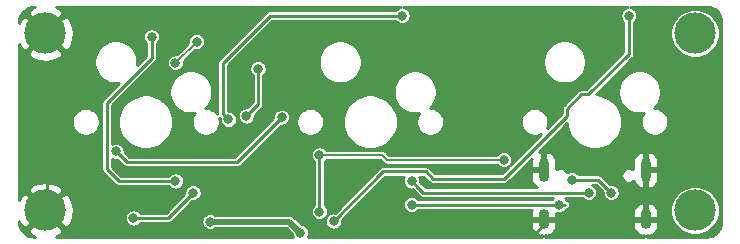
<source format=gbr>
%TF.GenerationSoftware,KiCad,Pcbnew,(5.1.9)-1*%
%TF.CreationDate,2021-04-12T14:13:55+08:00*%
%TF.ProjectId,HDSP_StatTrak,48445350-5f53-4746-9174-5472616b2e6b,rev?*%
%TF.SameCoordinates,Original*%
%TF.FileFunction,Copper,L2,Bot*%
%TF.FilePolarity,Positive*%
%FSLAX46Y46*%
G04 Gerber Fmt 4.6, Leading zero omitted, Abs format (unit mm)*
G04 Created by KiCad (PCBNEW (5.1.9)-1) date 2021-04-12 14:13:55*
%MOMM*%
%LPD*%
G01*
G04 APERTURE LIST*
%TA.AperFunction,ComponentPad*%
%ADD10C,3.500000*%
%TD*%
%TA.AperFunction,ComponentPad*%
%ADD11O,0.900000X1.700000*%
%TD*%
%TA.AperFunction,ComponentPad*%
%ADD12O,0.900000X2.000000*%
%TD*%
%TA.AperFunction,ViaPad*%
%ADD13C,0.800000*%
%TD*%
%TA.AperFunction,Conductor*%
%ADD14C,0.250000*%
%TD*%
%TA.AperFunction,Conductor*%
%ADD15C,0.200000*%
%TD*%
%TA.AperFunction,Conductor*%
%ADD16C,0.500000*%
%TD*%
%TA.AperFunction,Conductor*%
%ADD17C,0.254000*%
%TD*%
%TA.AperFunction,Conductor*%
%ADD18C,0.100000*%
%TD*%
G04 APERTURE END LIST*
D10*
%TO.P,J5,1*%
%TO.N,GND*%
X87000000Y-92500000D03*
%TD*%
%TO.P,J4,1*%
%TO.N,GND*%
X87000000Y-77500000D03*
%TD*%
%TO.P,J3,1*%
%TO.N,N/C*%
X142000000Y-77500000D03*
%TD*%
%TO.P,J2,1*%
%TO.N,N/C*%
X142000000Y-92500000D03*
%TD*%
D11*
%TO.P,J1,S1*%
%TO.N,GND*%
X137820000Y-93240000D03*
X129180000Y-93240000D03*
D12*
X137820000Y-89070000D03*
X129180000Y-89070000D03*
%TD*%
D13*
%TO.N,Net-(16MHz1-Pad1)*%
X105000010Y-80500000D03*
X104000000Y-84500000D03*
%TO.N,GND*%
X86400000Y-85000000D03*
X98000000Y-87400000D03*
X108200000Y-82600000D03*
X114000000Y-88600000D03*
X125400000Y-79800000D03*
X99500000Y-92500000D03*
X99500000Y-94200000D03*
%TO.N,VCC*%
X98000000Y-80000000D03*
X99800000Y-78200000D03*
X100937500Y-93437500D03*
X108600006Y-94374964D03*
%TO.N,V_USB*%
X110200014Y-87799986D03*
X125800000Y-88200000D03*
X110200000Y-92599990D03*
X134900000Y-91000000D03*
X131587347Y-89887347D03*
%TO.N,Net-(J1-PadA6)*%
X133000000Y-91000000D03*
X118000000Y-89999988D03*
%TO.N,Net-(J1-PadA7)*%
X130500000Y-92000000D03*
X118000000Y-92000000D03*
%TO.N,Net-(MCU1-Pad13)*%
X107000000Y-84600000D03*
X93000000Y-87500000D03*
%TO.N,SCL|D3*%
X117200000Y-76000000D03*
X102499992Y-84800000D03*
%TO.N,D5*%
X99500000Y-91000000D03*
X94435000Y-93135000D03*
%TO.N,D4*%
X96000000Y-77800000D03*
X98000000Y-90000000D03*
%TO.N,D7*%
X136400000Y-76000000D03*
X111400000Y-93400000D03*
%TD*%
D14*
%TO.N,Net-(16MHz1-Pad1)*%
X105000010Y-83499990D02*
X104000000Y-84500000D01*
X105000010Y-80500000D02*
X105000010Y-83499990D01*
%TO.N,GND*%
X87163926Y-85763926D02*
X87163926Y-91820826D01*
X86400000Y-85000000D02*
X87163926Y-85763926D01*
X128520000Y-94400000D02*
X129680000Y-93240000D01*
D15*
%TO.N,VCC*%
X98000000Y-80000000D02*
X99800000Y-78200000D01*
D14*
X100937500Y-93437500D02*
X100937497Y-93437497D01*
D16*
X107662542Y-93437500D02*
X108600006Y-94374964D01*
X100937500Y-93437500D02*
X107662542Y-93437500D01*
D14*
%TO.N,V_USB*%
X110200014Y-92599976D02*
X110200000Y-92599990D01*
X110200014Y-87799986D02*
X110200014Y-92599976D01*
X133787347Y-89887347D02*
X131587347Y-89887347D01*
X134900000Y-91000000D02*
X133787347Y-89887347D01*
D15*
X110200014Y-87799986D02*
X115499986Y-87799986D01*
X115900000Y-88200000D02*
X125800000Y-88200000D01*
X115499986Y-87799986D02*
X115900000Y-88200000D01*
D14*
%TO.N,Net-(J1-PadA6)*%
X118500000Y-90499988D02*
X118000000Y-89999988D01*
X118500000Y-90500000D02*
X118500000Y-90499988D01*
X119000000Y-91000000D02*
X118500000Y-90500000D01*
X133000000Y-91000000D02*
X119000000Y-91000000D01*
%TO.N,Net-(J1-PadA7)*%
X131000000Y-92000000D02*
X118000000Y-92000000D01*
%TO.N,Net-(MCU1-Pad13)*%
X103200001Y-88399999D02*
X93899999Y-88399999D01*
X107000000Y-84600000D02*
X103200001Y-88399999D01*
X93899999Y-88399999D02*
X93000000Y-87500000D01*
%TO.N,SCL|D3*%
X102000000Y-84300008D02*
X102499992Y-84800000D01*
X102000000Y-80000000D02*
X102000000Y-84300008D01*
X106000000Y-76000000D02*
X102000000Y-80000000D01*
X117200000Y-76000000D02*
X106000000Y-76000000D01*
%TO.N,D5*%
X97365000Y-93135000D02*
X94435000Y-93135000D01*
X99500000Y-91000000D02*
X97365000Y-93135000D01*
%TO.N,D4*%
X92200000Y-89000000D02*
X93200000Y-90000000D01*
X93200000Y-90000000D02*
X98000000Y-90000000D01*
X92200000Y-83400000D02*
X92200000Y-89000000D01*
X96000000Y-79600000D02*
X92200000Y-83400000D01*
X96000000Y-77800000D02*
X96000000Y-79600000D01*
%TO.N,D7*%
X115600000Y-89200000D02*
X111400000Y-93400000D01*
X119200000Y-89200000D02*
X115600000Y-89200000D01*
X125860334Y-89800000D02*
X119800000Y-89800000D01*
X131181099Y-84479235D02*
X125860334Y-89800000D01*
X131181099Y-83886927D02*
X131181099Y-84479235D01*
X132386927Y-82681099D02*
X131181099Y-83886927D01*
X132979235Y-82681099D02*
X132386927Y-82681099D01*
X136400000Y-79260334D02*
X132979235Y-82681099D01*
X119800000Y-89800000D02*
X119200000Y-89200000D01*
X136400000Y-76000000D02*
X136400000Y-79260334D01*
%TD*%
D17*
%TO.N,GND*%
X86052532Y-75298703D02*
X85696073Y-75489234D01*
X85509997Y-75830391D01*
X87000000Y-77320395D01*
X88490003Y-75830391D01*
X88303927Y-75489234D01*
X87897255Y-75279000D01*
X117098233Y-75279000D01*
X116987942Y-75300938D01*
X116855636Y-75355741D01*
X116736564Y-75435302D01*
X116635302Y-75536564D01*
X116627661Y-75548000D01*
X106022204Y-75548000D01*
X105999999Y-75545813D01*
X105911392Y-75554540D01*
X105891562Y-75560556D01*
X105826190Y-75580386D01*
X105747667Y-75622357D01*
X105678841Y-75678841D01*
X105664686Y-75696089D01*
X101696100Y-79664677D01*
X101678841Y-79678841D01*
X101622357Y-79747668D01*
X101593884Y-79800938D01*
X101580386Y-79826191D01*
X101554540Y-79911393D01*
X101545813Y-80000000D01*
X101548000Y-80022205D01*
X101548001Y-84277793D01*
X101545813Y-84300008D01*
X101548732Y-84329647D01*
X101494934Y-84249133D01*
X101330867Y-84085066D01*
X101137945Y-83956159D01*
X100923581Y-83867366D01*
X100696013Y-83822100D01*
X100531669Y-83822100D01*
X100729124Y-83624645D01*
X100929066Y-83325409D01*
X101066789Y-82992916D01*
X101137000Y-82639944D01*
X101137000Y-82280056D01*
X101066789Y-81927084D01*
X100929066Y-81594591D01*
X100729124Y-81295355D01*
X100474645Y-81040876D01*
X100175409Y-80840934D01*
X99842916Y-80703211D01*
X99489944Y-80633000D01*
X99130056Y-80633000D01*
X98777084Y-80703211D01*
X98444591Y-80840934D01*
X98145355Y-81040876D01*
X97890876Y-81295355D01*
X97690934Y-81594591D01*
X97553211Y-81927084D01*
X97483000Y-82280056D01*
X97483000Y-82639944D01*
X97553211Y-82992916D01*
X97690934Y-83325409D01*
X97890876Y-83624645D01*
X98145355Y-83879124D01*
X98444591Y-84079066D01*
X98777084Y-84216789D01*
X99130056Y-84287000D01*
X99489944Y-84287000D01*
X99662729Y-84252631D01*
X99536159Y-84442055D01*
X99447366Y-84656419D01*
X99402100Y-84883987D01*
X99402100Y-85116013D01*
X99447366Y-85343581D01*
X99536159Y-85557945D01*
X99665066Y-85750867D01*
X99829133Y-85914934D01*
X100022055Y-86043841D01*
X100236419Y-86132634D01*
X100463987Y-86177900D01*
X100696013Y-86177900D01*
X100923581Y-86132634D01*
X101137945Y-86043841D01*
X101330867Y-85914934D01*
X101494934Y-85750867D01*
X101623841Y-85557945D01*
X101712634Y-85343581D01*
X101757900Y-85116013D01*
X101757900Y-84883987D01*
X101712634Y-84656419D01*
X101709414Y-84648645D01*
X101775675Y-84714907D01*
X101772992Y-84728397D01*
X101772992Y-84871603D01*
X101800930Y-85012058D01*
X101855733Y-85144364D01*
X101935294Y-85263436D01*
X102036556Y-85364698D01*
X102155628Y-85444259D01*
X102287934Y-85499062D01*
X102428389Y-85527000D01*
X102571595Y-85527000D01*
X102712050Y-85499062D01*
X102844356Y-85444259D01*
X102963428Y-85364698D01*
X103064690Y-85263436D01*
X103144251Y-85144364D01*
X103199054Y-85012058D01*
X103226992Y-84871603D01*
X103226992Y-84728397D01*
X103199054Y-84587942D01*
X103144251Y-84455636D01*
X103126051Y-84428397D01*
X103273000Y-84428397D01*
X103273000Y-84571603D01*
X103300938Y-84712058D01*
X103355741Y-84844364D01*
X103435302Y-84963436D01*
X103536564Y-85064698D01*
X103655636Y-85144259D01*
X103787942Y-85199062D01*
X103928397Y-85227000D01*
X104071603Y-85227000D01*
X104212058Y-85199062D01*
X104344364Y-85144259D01*
X104463436Y-85064698D01*
X104564698Y-84963436D01*
X104644259Y-84844364D01*
X104699062Y-84712058D01*
X104727000Y-84571603D01*
X104727000Y-84428397D01*
X104724317Y-84414907D01*
X105303915Y-83835309D01*
X105321169Y-83821149D01*
X105377653Y-83752323D01*
X105419624Y-83673800D01*
X105445470Y-83588597D01*
X105446927Y-83573809D01*
X105454197Y-83499990D01*
X105452010Y-83477785D01*
X105452010Y-82280056D01*
X116483000Y-82280056D01*
X116483000Y-82639944D01*
X116553211Y-82992916D01*
X116690934Y-83325409D01*
X116890876Y-83624645D01*
X117145355Y-83879124D01*
X117444591Y-84079066D01*
X117777084Y-84216789D01*
X118130056Y-84287000D01*
X118489944Y-84287000D01*
X118662729Y-84252631D01*
X118536159Y-84442055D01*
X118447366Y-84656419D01*
X118402100Y-84883987D01*
X118402100Y-85116013D01*
X118447366Y-85343581D01*
X118536159Y-85557945D01*
X118665066Y-85750867D01*
X118829133Y-85914934D01*
X119022055Y-86043841D01*
X119236419Y-86132634D01*
X119463987Y-86177900D01*
X119696013Y-86177900D01*
X119923581Y-86132634D01*
X120137945Y-86043841D01*
X120330867Y-85914934D01*
X120494934Y-85750867D01*
X120623841Y-85557945D01*
X120712634Y-85343581D01*
X120757900Y-85116013D01*
X120757900Y-84883987D01*
X120712634Y-84656419D01*
X120623841Y-84442055D01*
X120494934Y-84249133D01*
X120330867Y-84085066D01*
X120137945Y-83956159D01*
X119923581Y-83867366D01*
X119696013Y-83822100D01*
X119531669Y-83822100D01*
X119729124Y-83624645D01*
X119929066Y-83325409D01*
X120066789Y-82992916D01*
X120137000Y-82639944D01*
X120137000Y-82280056D01*
X120066789Y-81927084D01*
X119929066Y-81594591D01*
X119729124Y-81295355D01*
X119474645Y-81040876D01*
X119175409Y-80840934D01*
X118842916Y-80703211D01*
X118489944Y-80633000D01*
X118130056Y-80633000D01*
X117777084Y-80703211D01*
X117444591Y-80840934D01*
X117145355Y-81040876D01*
X116890876Y-81295355D01*
X116690934Y-81594591D01*
X116553211Y-81927084D01*
X116483000Y-82280056D01*
X105452010Y-82280056D01*
X105452010Y-81072339D01*
X105463446Y-81064698D01*
X105564708Y-80963436D01*
X105644269Y-80844364D01*
X105699072Y-80712058D01*
X105727010Y-80571603D01*
X105727010Y-80428397D01*
X105699072Y-80287942D01*
X105644269Y-80155636D01*
X105564708Y-80036564D01*
X105463446Y-79935302D01*
X105344374Y-79855741D01*
X105212068Y-79800938D01*
X105071613Y-79773000D01*
X104928407Y-79773000D01*
X104787952Y-79800938D01*
X104655646Y-79855741D01*
X104536574Y-79935302D01*
X104435312Y-80036564D01*
X104355751Y-80155636D01*
X104300948Y-80287942D01*
X104273010Y-80428397D01*
X104273010Y-80571603D01*
X104300948Y-80712058D01*
X104355751Y-80844364D01*
X104435312Y-80963436D01*
X104536574Y-81064698D01*
X104548010Y-81072339D01*
X104548011Y-83312765D01*
X104085093Y-83775683D01*
X104071603Y-83773000D01*
X103928397Y-83773000D01*
X103787942Y-83800938D01*
X103655636Y-83855741D01*
X103536564Y-83935302D01*
X103435302Y-84036564D01*
X103355741Y-84155636D01*
X103300938Y-84287942D01*
X103273000Y-84428397D01*
X103126051Y-84428397D01*
X103064690Y-84336564D01*
X102963428Y-84235302D01*
X102844356Y-84155741D01*
X102712050Y-84100938D01*
X102571595Y-84073000D01*
X102452000Y-84073000D01*
X102452000Y-80187223D01*
X102899167Y-79740056D01*
X110133000Y-79740056D01*
X110133000Y-80099944D01*
X110203211Y-80452916D01*
X110340934Y-80785409D01*
X110540876Y-81084645D01*
X110795355Y-81339124D01*
X111094591Y-81539066D01*
X111427084Y-81676789D01*
X111780056Y-81747000D01*
X112139944Y-81747000D01*
X112492916Y-81676789D01*
X112825409Y-81539066D01*
X113124645Y-81339124D01*
X113379124Y-81084645D01*
X113579066Y-80785409D01*
X113716789Y-80452916D01*
X113787000Y-80099944D01*
X113787000Y-79740056D01*
X129133000Y-79740056D01*
X129133000Y-80099944D01*
X129203211Y-80452916D01*
X129340934Y-80785409D01*
X129540876Y-81084645D01*
X129795355Y-81339124D01*
X130094591Y-81539066D01*
X130427084Y-81676789D01*
X130780056Y-81747000D01*
X131139944Y-81747000D01*
X131492916Y-81676789D01*
X131825409Y-81539066D01*
X132124645Y-81339124D01*
X132379124Y-81084645D01*
X132579066Y-80785409D01*
X132716789Y-80452916D01*
X132787000Y-80099944D01*
X132787000Y-79740056D01*
X132716789Y-79387084D01*
X132579066Y-79054591D01*
X132379124Y-78755355D01*
X132124645Y-78500876D01*
X131825409Y-78300934D01*
X131492916Y-78163211D01*
X131139944Y-78093000D01*
X130780056Y-78093000D01*
X130427084Y-78163211D01*
X130094591Y-78300934D01*
X129795355Y-78500876D01*
X129540876Y-78755355D01*
X129340934Y-79054591D01*
X129203211Y-79387084D01*
X129133000Y-79740056D01*
X113787000Y-79740056D01*
X113716789Y-79387084D01*
X113579066Y-79054591D01*
X113379124Y-78755355D01*
X113124645Y-78500876D01*
X112825409Y-78300934D01*
X112492916Y-78163211D01*
X112139944Y-78093000D01*
X111780056Y-78093000D01*
X111427084Y-78163211D01*
X111094591Y-78300934D01*
X110795355Y-78500876D01*
X110540876Y-78755355D01*
X110340934Y-79054591D01*
X110203211Y-79387084D01*
X110133000Y-79740056D01*
X102899167Y-79740056D01*
X106187225Y-76452000D01*
X116627661Y-76452000D01*
X116635302Y-76463436D01*
X116736564Y-76564698D01*
X116855636Y-76644259D01*
X116987942Y-76699062D01*
X117128397Y-76727000D01*
X117271603Y-76727000D01*
X117412058Y-76699062D01*
X117544364Y-76644259D01*
X117663436Y-76564698D01*
X117764698Y-76463436D01*
X117844259Y-76344364D01*
X117899062Y-76212058D01*
X117927000Y-76071603D01*
X117927000Y-75928397D01*
X117899062Y-75787942D01*
X117844259Y-75655636D01*
X117764698Y-75536564D01*
X117663436Y-75435302D01*
X117544364Y-75355741D01*
X117412058Y-75300938D01*
X117301767Y-75279000D01*
X136298233Y-75279000D01*
X136187942Y-75300938D01*
X136055636Y-75355741D01*
X135936564Y-75435302D01*
X135835302Y-75536564D01*
X135755741Y-75655636D01*
X135700938Y-75787942D01*
X135673000Y-75928397D01*
X135673000Y-76071603D01*
X135700938Y-76212058D01*
X135755741Y-76344364D01*
X135835302Y-76463436D01*
X135936564Y-76564698D01*
X135948000Y-76572339D01*
X135948001Y-79073108D01*
X132792012Y-82229099D01*
X132409131Y-82229099D01*
X132386926Y-82226912D01*
X132298319Y-82235639D01*
X132278489Y-82241655D01*
X132213117Y-82261485D01*
X132134594Y-82303456D01*
X132065768Y-82359940D01*
X132051612Y-82377189D01*
X130877199Y-83551604D01*
X130859940Y-83565768D01*
X130811622Y-83624645D01*
X130803457Y-83634594D01*
X130761485Y-83713118D01*
X130735639Y-83798320D01*
X130726912Y-83886927D01*
X130729099Y-83909133D01*
X130729100Y-84292010D01*
X129464319Y-85556791D01*
X129552634Y-85343581D01*
X129597900Y-85116013D01*
X129597900Y-84883987D01*
X129552634Y-84656419D01*
X129463841Y-84442055D01*
X129334934Y-84249133D01*
X129170867Y-84085066D01*
X128977945Y-83956159D01*
X128763581Y-83867366D01*
X128536013Y-83822100D01*
X128303987Y-83822100D01*
X128076419Y-83867366D01*
X127862055Y-83956159D01*
X127669133Y-84085066D01*
X127505066Y-84249133D01*
X127376159Y-84442055D01*
X127287366Y-84656419D01*
X127242100Y-84883987D01*
X127242100Y-85116013D01*
X127287366Y-85343581D01*
X127376159Y-85557945D01*
X127505066Y-85750867D01*
X127669133Y-85914934D01*
X127862055Y-86043841D01*
X128076419Y-86132634D01*
X128303987Y-86177900D01*
X128536013Y-86177900D01*
X128763581Y-86132634D01*
X128976792Y-86044319D01*
X126378840Y-88642271D01*
X126444259Y-88544364D01*
X126499062Y-88412058D01*
X126527000Y-88271603D01*
X126527000Y-88128397D01*
X126499062Y-87987942D01*
X126444259Y-87855636D01*
X126364698Y-87736564D01*
X126263436Y-87635302D01*
X126144364Y-87555741D01*
X126012058Y-87500938D01*
X125871603Y-87473000D01*
X125728397Y-87473000D01*
X125587942Y-87500938D01*
X125455636Y-87555741D01*
X125336564Y-87635302D01*
X125235302Y-87736564D01*
X125210956Y-87773000D01*
X116076869Y-87773000D01*
X115816754Y-87512885D01*
X115803381Y-87496591D01*
X115738362Y-87443231D01*
X115664182Y-87403581D01*
X115583693Y-87379164D01*
X115520964Y-87372986D01*
X115520953Y-87372986D01*
X115499986Y-87370921D01*
X115479019Y-87372986D01*
X110789058Y-87372986D01*
X110764712Y-87336550D01*
X110663450Y-87235288D01*
X110544378Y-87155727D01*
X110412072Y-87100924D01*
X110271617Y-87072986D01*
X110128411Y-87072986D01*
X109987956Y-87100924D01*
X109855650Y-87155727D01*
X109736578Y-87235288D01*
X109635316Y-87336550D01*
X109555755Y-87455622D01*
X109500952Y-87587928D01*
X109473014Y-87728383D01*
X109473014Y-87871589D01*
X109500952Y-88012044D01*
X109555755Y-88144350D01*
X109635316Y-88263422D01*
X109736578Y-88364684D01*
X109748014Y-88372325D01*
X109748015Y-92027641D01*
X109736564Y-92035292D01*
X109635302Y-92136554D01*
X109555741Y-92255626D01*
X109500938Y-92387932D01*
X109473000Y-92528387D01*
X109473000Y-92671593D01*
X109500938Y-92812048D01*
X109555741Y-92944354D01*
X109635302Y-93063426D01*
X109736564Y-93164688D01*
X109855636Y-93244249D01*
X109987942Y-93299052D01*
X110128397Y-93326990D01*
X110271603Y-93326990D01*
X110412058Y-93299052D01*
X110544364Y-93244249D01*
X110663436Y-93164688D01*
X110743899Y-93084225D01*
X110700938Y-93187942D01*
X110673000Y-93328397D01*
X110673000Y-93471603D01*
X110700938Y-93612058D01*
X110755741Y-93744364D01*
X110835302Y-93863436D01*
X110936564Y-93964698D01*
X111055636Y-94044259D01*
X111187942Y-94099062D01*
X111328397Y-94127000D01*
X111471603Y-94127000D01*
X111612058Y-94099062D01*
X111744364Y-94044259D01*
X111863436Y-93964698D01*
X111964698Y-93863436D01*
X112044259Y-93744364D01*
X112099062Y-93612058D01*
X112127000Y-93471603D01*
X112127000Y-93328397D01*
X112124317Y-93314907D01*
X115787224Y-89652000D01*
X117358162Y-89652000D01*
X117355741Y-89655624D01*
X117300938Y-89787930D01*
X117273000Y-89928385D01*
X117273000Y-90071591D01*
X117300938Y-90212046D01*
X117355741Y-90344352D01*
X117435302Y-90463424D01*
X117536564Y-90564686D01*
X117655636Y-90644247D01*
X117787942Y-90699050D01*
X117928397Y-90726988D01*
X118071603Y-90726988D01*
X118085093Y-90724305D01*
X118164627Y-90803839D01*
X118178841Y-90821159D01*
X118196100Y-90835323D01*
X118664681Y-91303905D01*
X118678841Y-91321159D01*
X118747667Y-91377643D01*
X118826190Y-91419614D01*
X118911392Y-91445460D01*
X119000000Y-91454187D01*
X119022205Y-91452000D01*
X130019866Y-91452000D01*
X129935302Y-91536564D01*
X129927661Y-91548000D01*
X118572339Y-91548000D01*
X118564698Y-91536564D01*
X118463436Y-91435302D01*
X118344364Y-91355741D01*
X118212058Y-91300938D01*
X118071603Y-91273000D01*
X117928397Y-91273000D01*
X117787942Y-91300938D01*
X117655636Y-91355741D01*
X117536564Y-91435302D01*
X117435302Y-91536564D01*
X117355741Y-91655636D01*
X117300938Y-91787942D01*
X117273000Y-91928397D01*
X117273000Y-92071603D01*
X117300938Y-92212058D01*
X117355741Y-92344364D01*
X117435302Y-92463436D01*
X117536564Y-92564698D01*
X117655636Y-92644259D01*
X117787942Y-92699062D01*
X117928397Y-92727000D01*
X118071603Y-92727000D01*
X118212058Y-92699062D01*
X118344364Y-92644259D01*
X118463436Y-92564698D01*
X118564698Y-92463436D01*
X118572339Y-92452000D01*
X128163188Y-92452000D01*
X128140624Y-92503767D01*
X128095000Y-92713000D01*
X128095000Y-93113000D01*
X129053000Y-93113000D01*
X129053000Y-93093000D01*
X129307000Y-93093000D01*
X129307000Y-93113000D01*
X130265000Y-93113000D01*
X130265000Y-92713000D01*
X130259381Y-92687232D01*
X130287942Y-92699062D01*
X130428397Y-92727000D01*
X130571603Y-92727000D01*
X130641986Y-92713000D01*
X136735000Y-92713000D01*
X136735000Y-93113000D01*
X137693000Y-93113000D01*
X137693000Y-91922498D01*
X137947000Y-91922498D01*
X137947000Y-93113000D01*
X138905000Y-93113000D01*
X138905000Y-92713000D01*
X138859376Y-92503767D01*
X138773809Y-92307455D01*
X138765454Y-92295433D01*
X139923000Y-92295433D01*
X139923000Y-92704567D01*
X140002818Y-93105839D01*
X140159386Y-93483829D01*
X140386689Y-93824011D01*
X140675989Y-94113311D01*
X141016171Y-94340614D01*
X141394161Y-94497182D01*
X141795433Y-94577000D01*
X142204567Y-94577000D01*
X142605839Y-94497182D01*
X142983829Y-94340614D01*
X143324011Y-94113311D01*
X143613311Y-93824011D01*
X143840614Y-93483829D01*
X143997182Y-93105839D01*
X144077000Y-92704567D01*
X144077000Y-92295433D01*
X143997182Y-91894161D01*
X143840614Y-91516171D01*
X143613311Y-91175989D01*
X143324011Y-90886689D01*
X142983829Y-90659386D01*
X142605839Y-90502818D01*
X142204567Y-90423000D01*
X141795433Y-90423000D01*
X141394161Y-90502818D01*
X141016171Y-90659386D01*
X140675989Y-90886689D01*
X140386689Y-91175989D01*
X140159386Y-91516171D01*
X140002818Y-91894161D01*
X139923000Y-92295433D01*
X138765454Y-92295433D01*
X138651587Y-92131609D01*
X138497408Y-91982986D01*
X138317197Y-91867298D01*
X138114001Y-91795592D01*
X137947000Y-91922498D01*
X137693000Y-91922498D01*
X137525999Y-91795592D01*
X137322803Y-91867298D01*
X137142592Y-91982986D01*
X136988413Y-92131609D01*
X136866191Y-92307455D01*
X136780624Y-92503767D01*
X136735000Y-92713000D01*
X130641986Y-92713000D01*
X130712058Y-92699062D01*
X130844364Y-92644259D01*
X130963436Y-92564698D01*
X131064698Y-92463436D01*
X131075871Y-92446714D01*
X131088607Y-92445460D01*
X131173810Y-92419614D01*
X131252333Y-92377643D01*
X131321159Y-92321159D01*
X131377643Y-92252333D01*
X131419614Y-92173810D01*
X131445460Y-92088607D01*
X131454187Y-92000000D01*
X131445460Y-91911393D01*
X131419614Y-91826190D01*
X131377643Y-91747667D01*
X131321159Y-91678841D01*
X131252333Y-91622357D01*
X131173810Y-91580386D01*
X131088607Y-91554540D01*
X131075871Y-91553286D01*
X131064698Y-91536564D01*
X130980134Y-91452000D01*
X132427661Y-91452000D01*
X132435302Y-91463436D01*
X132536564Y-91564698D01*
X132655636Y-91644259D01*
X132787942Y-91699062D01*
X132928397Y-91727000D01*
X133071603Y-91727000D01*
X133212058Y-91699062D01*
X133344364Y-91644259D01*
X133463436Y-91564698D01*
X133564698Y-91463436D01*
X133644259Y-91344364D01*
X133699062Y-91212058D01*
X133727000Y-91071603D01*
X133727000Y-90928397D01*
X133699062Y-90787942D01*
X133644259Y-90655636D01*
X133564698Y-90536564D01*
X133463436Y-90435302D01*
X133344364Y-90355741D01*
X133304785Y-90339347D01*
X133600124Y-90339347D01*
X134175683Y-90914907D01*
X134173000Y-90928397D01*
X134173000Y-91071603D01*
X134200938Y-91212058D01*
X134255741Y-91344364D01*
X134335302Y-91463436D01*
X134436564Y-91564698D01*
X134555636Y-91644259D01*
X134687942Y-91699062D01*
X134828397Y-91727000D01*
X134971603Y-91727000D01*
X135112058Y-91699062D01*
X135244364Y-91644259D01*
X135363436Y-91564698D01*
X135464698Y-91463436D01*
X135544259Y-91344364D01*
X135599062Y-91212058D01*
X135627000Y-91071603D01*
X135627000Y-90928397D01*
X135599062Y-90787942D01*
X135544259Y-90655636D01*
X135464698Y-90536564D01*
X135363436Y-90435302D01*
X135244364Y-90355741D01*
X135112058Y-90300938D01*
X134971603Y-90273000D01*
X134828397Y-90273000D01*
X134814907Y-90275683D01*
X134122670Y-89583447D01*
X134108506Y-89566188D01*
X134039680Y-89509704D01*
X133999535Y-89488246D01*
X135763000Y-89488246D01*
X135763000Y-89611754D01*
X135787095Y-89732889D01*
X135834360Y-89846996D01*
X135902977Y-89949689D01*
X135990311Y-90037023D01*
X136093004Y-90105640D01*
X136207111Y-90152905D01*
X136328246Y-90177000D01*
X136451754Y-90177000D01*
X136572889Y-90152905D01*
X136686996Y-90105640D01*
X136789689Y-90037023D01*
X136807900Y-90018812D01*
X136866191Y-90152545D01*
X136988413Y-90328391D01*
X137142592Y-90477014D01*
X137322803Y-90592702D01*
X137525999Y-90664408D01*
X137693000Y-90537502D01*
X137693000Y-89197000D01*
X137947000Y-89197000D01*
X137947000Y-90537502D01*
X138114001Y-90664408D01*
X138317197Y-90592702D01*
X138497408Y-90477014D01*
X138651587Y-90328391D01*
X138773809Y-90152545D01*
X138859376Y-89956233D01*
X138905000Y-89747000D01*
X138905000Y-89197000D01*
X137947000Y-89197000D01*
X137693000Y-89197000D01*
X137673000Y-89197000D01*
X137673000Y-88943000D01*
X137693000Y-88943000D01*
X137693000Y-87602498D01*
X137947000Y-87602498D01*
X137947000Y-88943000D01*
X138905000Y-88943000D01*
X138905000Y-88393000D01*
X138859376Y-88183767D01*
X138773809Y-87987455D01*
X138651587Y-87811609D01*
X138497408Y-87662986D01*
X138317197Y-87547298D01*
X138114001Y-87475592D01*
X137947000Y-87602498D01*
X137693000Y-87602498D01*
X137525999Y-87475592D01*
X137322803Y-87547298D01*
X137142592Y-87662986D01*
X136988413Y-87811609D01*
X136866191Y-87987455D01*
X136780624Y-88183767D01*
X136735000Y-88393000D01*
X136735000Y-89026435D01*
X136686996Y-88994360D01*
X136572889Y-88947095D01*
X136451754Y-88923000D01*
X136328246Y-88923000D01*
X136207111Y-88947095D01*
X136093004Y-88994360D01*
X135990311Y-89062977D01*
X135902977Y-89150311D01*
X135834360Y-89253004D01*
X135787095Y-89367111D01*
X135763000Y-89488246D01*
X133999535Y-89488246D01*
X133961157Y-89467733D01*
X133875954Y-89441887D01*
X133809552Y-89435347D01*
X133787347Y-89433160D01*
X133765142Y-89435347D01*
X132159686Y-89435347D01*
X132152045Y-89423911D01*
X132050783Y-89322649D01*
X131931711Y-89243088D01*
X131799405Y-89188285D01*
X131658950Y-89160347D01*
X131515744Y-89160347D01*
X131375289Y-89188285D01*
X131242983Y-89243088D01*
X131179189Y-89285714D01*
X131165640Y-89253004D01*
X131097023Y-89150311D01*
X131009689Y-89062977D01*
X130906996Y-88994360D01*
X130792889Y-88947095D01*
X130671754Y-88923000D01*
X130548246Y-88923000D01*
X130427111Y-88947095D01*
X130313004Y-88994360D01*
X130265000Y-89026435D01*
X130265000Y-88393000D01*
X130219376Y-88183767D01*
X130133809Y-87987455D01*
X130011587Y-87811609D01*
X129857408Y-87662986D01*
X129677197Y-87547298D01*
X129474001Y-87475592D01*
X129307000Y-87602498D01*
X129307000Y-88943000D01*
X129327000Y-88943000D01*
X129327000Y-89197000D01*
X129307000Y-89197000D01*
X129307000Y-89217000D01*
X129053000Y-89217000D01*
X129053000Y-89197000D01*
X128095000Y-89197000D01*
X128095000Y-89747000D01*
X128140624Y-89956233D01*
X128226191Y-90152545D01*
X128348413Y-90328391D01*
X128502592Y-90477014D01*
X128613169Y-90548000D01*
X119187224Y-90548000D01*
X118835377Y-90196154D01*
X118821159Y-90178829D01*
X118803905Y-90164669D01*
X118724317Y-90085081D01*
X118727000Y-90071591D01*
X118727000Y-89928385D01*
X118699062Y-89787930D01*
X118644259Y-89655624D01*
X118641838Y-89652000D01*
X119012777Y-89652000D01*
X119464685Y-90103910D01*
X119478841Y-90121159D01*
X119547667Y-90177643D01*
X119582155Y-90196077D01*
X119626190Y-90219614D01*
X119711392Y-90245460D01*
X119799999Y-90254187D01*
X119822204Y-90252000D01*
X125838129Y-90252000D01*
X125860334Y-90254187D01*
X125882539Y-90252000D01*
X125948941Y-90245460D01*
X126034144Y-90219614D01*
X126112667Y-90177643D01*
X126181493Y-90121159D01*
X126195657Y-90103900D01*
X128159812Y-88139746D01*
X128140624Y-88183767D01*
X128095000Y-88393000D01*
X128095000Y-88943000D01*
X129053000Y-88943000D01*
X129053000Y-87602498D01*
X128885999Y-87475592D01*
X128790136Y-87509421D01*
X131179100Y-85120458D01*
X131179100Y-85228589D01*
X131268291Y-85676982D01*
X131443245Y-86099358D01*
X131697239Y-86479488D01*
X132020512Y-86802761D01*
X132400642Y-87056755D01*
X132823018Y-87231709D01*
X133271411Y-87320900D01*
X133728589Y-87320900D01*
X134176982Y-87231709D01*
X134599358Y-87056755D01*
X134979488Y-86802761D01*
X135302761Y-86479488D01*
X135556755Y-86099358D01*
X135731709Y-85676982D01*
X135820900Y-85228589D01*
X135820900Y-84771411D01*
X135731709Y-84323018D01*
X135556755Y-83900642D01*
X135302761Y-83520512D01*
X134979488Y-83197239D01*
X134599358Y-82943245D01*
X134176982Y-82768291D01*
X133728589Y-82679100D01*
X133620457Y-82679100D01*
X134019501Y-82280056D01*
X135483000Y-82280056D01*
X135483000Y-82639944D01*
X135553211Y-82992916D01*
X135690934Y-83325409D01*
X135890876Y-83624645D01*
X136145355Y-83879124D01*
X136444591Y-84079066D01*
X136777084Y-84216789D01*
X137130056Y-84287000D01*
X137489944Y-84287000D01*
X137662729Y-84252631D01*
X137536159Y-84442055D01*
X137447366Y-84656419D01*
X137402100Y-84883987D01*
X137402100Y-85116013D01*
X137447366Y-85343581D01*
X137536159Y-85557945D01*
X137665066Y-85750867D01*
X137829133Y-85914934D01*
X138022055Y-86043841D01*
X138236419Y-86132634D01*
X138463987Y-86177900D01*
X138696013Y-86177900D01*
X138923581Y-86132634D01*
X139137945Y-86043841D01*
X139330867Y-85914934D01*
X139494934Y-85750867D01*
X139623841Y-85557945D01*
X139712634Y-85343581D01*
X139757900Y-85116013D01*
X139757900Y-84883987D01*
X139712634Y-84656419D01*
X139623841Y-84442055D01*
X139494934Y-84249133D01*
X139330867Y-84085066D01*
X139137945Y-83956159D01*
X138923581Y-83867366D01*
X138696013Y-83822100D01*
X138531669Y-83822100D01*
X138729124Y-83624645D01*
X138929066Y-83325409D01*
X139066789Y-82992916D01*
X139137000Y-82639944D01*
X139137000Y-82280056D01*
X139066789Y-81927084D01*
X138929066Y-81594591D01*
X138729124Y-81295355D01*
X138474645Y-81040876D01*
X138175409Y-80840934D01*
X137842916Y-80703211D01*
X137489944Y-80633000D01*
X137130056Y-80633000D01*
X136777084Y-80703211D01*
X136444591Y-80840934D01*
X136145355Y-81040876D01*
X135890876Y-81295355D01*
X135690934Y-81594591D01*
X135553211Y-81927084D01*
X135483000Y-82280056D01*
X134019501Y-82280056D01*
X136703911Y-79595648D01*
X136721159Y-79581493D01*
X136777643Y-79512667D01*
X136819614Y-79434144D01*
X136845460Y-79348941D01*
X136854187Y-79260335D01*
X136852000Y-79238130D01*
X136852000Y-77295433D01*
X139923000Y-77295433D01*
X139923000Y-77704567D01*
X140002818Y-78105839D01*
X140159386Y-78483829D01*
X140386689Y-78824011D01*
X140675989Y-79113311D01*
X141016171Y-79340614D01*
X141394161Y-79497182D01*
X141795433Y-79577000D01*
X142204567Y-79577000D01*
X142605839Y-79497182D01*
X142983829Y-79340614D01*
X143324011Y-79113311D01*
X143613311Y-78824011D01*
X143840614Y-78483829D01*
X143997182Y-78105839D01*
X144077000Y-77704567D01*
X144077000Y-77295433D01*
X143997182Y-76894161D01*
X143840614Y-76516171D01*
X143613311Y-76175989D01*
X143324011Y-75886689D01*
X142983829Y-75659386D01*
X142605839Y-75502818D01*
X142204567Y-75423000D01*
X141795433Y-75423000D01*
X141394161Y-75502818D01*
X141016171Y-75659386D01*
X140675989Y-75886689D01*
X140386689Y-76175989D01*
X140159386Y-76516171D01*
X140002818Y-76894161D01*
X139923000Y-77295433D01*
X136852000Y-77295433D01*
X136852000Y-76572339D01*
X136863436Y-76564698D01*
X136964698Y-76463436D01*
X137044259Y-76344364D01*
X137099062Y-76212058D01*
X137127000Y-76071603D01*
X137127000Y-75928397D01*
X137099062Y-75787942D01*
X137044259Y-75655636D01*
X136964698Y-75536564D01*
X136863436Y-75435302D01*
X136744364Y-75355741D01*
X136612058Y-75300938D01*
X136501767Y-75279000D01*
X142986360Y-75279000D01*
X143236899Y-75303565D01*
X143464777Y-75372366D01*
X143674952Y-75484118D01*
X143859415Y-75634563D01*
X144011143Y-75817971D01*
X144124361Y-76027363D01*
X144194750Y-76254752D01*
X144221001Y-76504514D01*
X144221000Y-93486360D01*
X144196435Y-93736899D01*
X144127634Y-93964777D01*
X144015882Y-94174952D01*
X143865437Y-94359415D01*
X143682029Y-94511143D01*
X143472637Y-94624361D01*
X143245247Y-94694751D01*
X142995495Y-94721000D01*
X137947002Y-94721000D01*
X137947002Y-94557504D01*
X138114001Y-94684408D01*
X138317197Y-94612702D01*
X138497408Y-94497014D01*
X138651587Y-94348391D01*
X138773809Y-94172545D01*
X138859376Y-93976233D01*
X138905000Y-93767000D01*
X138905000Y-93367000D01*
X137947000Y-93367000D01*
X137947000Y-93387000D01*
X137693000Y-93387000D01*
X137693000Y-93367000D01*
X136735000Y-93367000D01*
X136735000Y-93767000D01*
X136780624Y-93976233D01*
X136866191Y-94172545D01*
X136988413Y-94348391D01*
X137142592Y-94497014D01*
X137322803Y-94612702D01*
X137525999Y-94684408D01*
X137692998Y-94557504D01*
X137692998Y-94721000D01*
X129307002Y-94721000D01*
X129307002Y-94557504D01*
X129474001Y-94684408D01*
X129677197Y-94612702D01*
X129857408Y-94497014D01*
X130011587Y-94348391D01*
X130133809Y-94172545D01*
X130219376Y-93976233D01*
X130265000Y-93767000D01*
X130265000Y-93367000D01*
X129307000Y-93367000D01*
X129307000Y-93387000D01*
X129053000Y-93387000D01*
X129053000Y-93367000D01*
X128095000Y-93367000D01*
X128095000Y-93767000D01*
X128140624Y-93976233D01*
X128226191Y-94172545D01*
X128348413Y-94348391D01*
X128502592Y-94497014D01*
X128682803Y-94612702D01*
X128885999Y-94684408D01*
X129052998Y-94557504D01*
X129052998Y-94721000D01*
X109243148Y-94721000D01*
X109244265Y-94719328D01*
X109299068Y-94587022D01*
X109327006Y-94446567D01*
X109327006Y-94303361D01*
X109299068Y-94162906D01*
X109244265Y-94030600D01*
X109164704Y-93911528D01*
X109063442Y-93810266D01*
X108944370Y-93730705D01*
X108812064Y-93675902D01*
X108693327Y-93652284D01*
X108090581Y-93049538D01*
X108072516Y-93027526D01*
X107984657Y-92955421D01*
X107884418Y-92901843D01*
X107820312Y-92882397D01*
X107775653Y-92868849D01*
X107720587Y-92863426D01*
X107690878Y-92860500D01*
X107690873Y-92860500D01*
X107662542Y-92857710D01*
X107634211Y-92860500D01*
X101382525Y-92860500D01*
X101281864Y-92793241D01*
X101149558Y-92738438D01*
X101009103Y-92710500D01*
X100865897Y-92710500D01*
X100725442Y-92738438D01*
X100593136Y-92793241D01*
X100474064Y-92872802D01*
X100372802Y-92974064D01*
X100293241Y-93093136D01*
X100238438Y-93225442D01*
X100210500Y-93365897D01*
X100210500Y-93509103D01*
X100238438Y-93649558D01*
X100293241Y-93781864D01*
X100372802Y-93900936D01*
X100474064Y-94002198D01*
X100593136Y-94081759D01*
X100725442Y-94136562D01*
X100865897Y-94164500D01*
X101009103Y-94164500D01*
X101149558Y-94136562D01*
X101281864Y-94081759D01*
X101382525Y-94014500D01*
X107423541Y-94014500D01*
X107877326Y-94468285D01*
X107900944Y-94587022D01*
X107955747Y-94719328D01*
X107956864Y-94721000D01*
X87885591Y-94721000D01*
X87947468Y-94701297D01*
X88303927Y-94510766D01*
X88490003Y-94169609D01*
X87000000Y-92679605D01*
X85509997Y-94169609D01*
X85696073Y-94510766D01*
X86102745Y-94721000D01*
X86013640Y-94721000D01*
X85763101Y-94696435D01*
X85535223Y-94627634D01*
X85325048Y-94515882D01*
X85140585Y-94365437D01*
X84988857Y-94182029D01*
X84875639Y-93972637D01*
X84805249Y-93745247D01*
X84779000Y-93495495D01*
X84779000Y-93385591D01*
X84798703Y-93447468D01*
X84989234Y-93803927D01*
X85330391Y-93990003D01*
X86820395Y-92500000D01*
X87179605Y-92500000D01*
X88669609Y-93990003D01*
X89010766Y-93803927D01*
X89226513Y-93386591D01*
X89319720Y-93063397D01*
X93708000Y-93063397D01*
X93708000Y-93206603D01*
X93735938Y-93347058D01*
X93790741Y-93479364D01*
X93870302Y-93598436D01*
X93971564Y-93699698D01*
X94090636Y-93779259D01*
X94222942Y-93834062D01*
X94363397Y-93862000D01*
X94506603Y-93862000D01*
X94647058Y-93834062D01*
X94779364Y-93779259D01*
X94898436Y-93699698D01*
X94999698Y-93598436D01*
X95007339Y-93587000D01*
X97342795Y-93587000D01*
X97365000Y-93589187D01*
X97387205Y-93587000D01*
X97453607Y-93580460D01*
X97538810Y-93554614D01*
X97617333Y-93512643D01*
X97686159Y-93456159D01*
X97700323Y-93438900D01*
X99414907Y-91724317D01*
X99428397Y-91727000D01*
X99571603Y-91727000D01*
X99712058Y-91699062D01*
X99844364Y-91644259D01*
X99963436Y-91564698D01*
X100064698Y-91463436D01*
X100144259Y-91344364D01*
X100199062Y-91212058D01*
X100227000Y-91071603D01*
X100227000Y-90928397D01*
X100199062Y-90787942D01*
X100144259Y-90655636D01*
X100064698Y-90536564D01*
X99963436Y-90435302D01*
X99844364Y-90355741D01*
X99712058Y-90300938D01*
X99571603Y-90273000D01*
X99428397Y-90273000D01*
X99287942Y-90300938D01*
X99155636Y-90355741D01*
X99036564Y-90435302D01*
X98935302Y-90536564D01*
X98855741Y-90655636D01*
X98800938Y-90787942D01*
X98773000Y-90928397D01*
X98773000Y-91071603D01*
X98775683Y-91085093D01*
X97177777Y-92683000D01*
X95007339Y-92683000D01*
X94999698Y-92671564D01*
X94898436Y-92570302D01*
X94779364Y-92490741D01*
X94647058Y-92435938D01*
X94506603Y-92408000D01*
X94363397Y-92408000D01*
X94222942Y-92435938D01*
X94090636Y-92490741D01*
X93971564Y-92570302D01*
X93870302Y-92671564D01*
X93790741Y-92790636D01*
X93735938Y-92922942D01*
X93708000Y-93063397D01*
X89319720Y-93063397D01*
X89356696Y-92935185D01*
X89396313Y-92467054D01*
X89343842Y-92000189D01*
X89201297Y-91552532D01*
X89010766Y-91196073D01*
X88669609Y-91009997D01*
X87179605Y-92500000D01*
X86820395Y-92500000D01*
X85330391Y-91009997D01*
X84989234Y-91196073D01*
X84779000Y-91602745D01*
X84779000Y-90830391D01*
X85509997Y-90830391D01*
X87000000Y-92320395D01*
X88490003Y-90830391D01*
X88303927Y-90489234D01*
X87886591Y-90273487D01*
X87435185Y-90143304D01*
X86967054Y-90103687D01*
X86500189Y-90156158D01*
X86052532Y-90298703D01*
X85696073Y-90489234D01*
X85509997Y-90830391D01*
X84779000Y-90830391D01*
X84779000Y-84883987D01*
X89242100Y-84883987D01*
X89242100Y-85116013D01*
X89287366Y-85343581D01*
X89376159Y-85557945D01*
X89505066Y-85750867D01*
X89669133Y-85914934D01*
X89862055Y-86043841D01*
X90076419Y-86132634D01*
X90303987Y-86177900D01*
X90536013Y-86177900D01*
X90763581Y-86132634D01*
X90977945Y-86043841D01*
X91170867Y-85914934D01*
X91334934Y-85750867D01*
X91463841Y-85557945D01*
X91552634Y-85343581D01*
X91597900Y-85116013D01*
X91597900Y-84883987D01*
X91552634Y-84656419D01*
X91463841Y-84442055D01*
X91334934Y-84249133D01*
X91170867Y-84085066D01*
X90977945Y-83956159D01*
X90763581Y-83867366D01*
X90536013Y-83822100D01*
X90303987Y-83822100D01*
X90076419Y-83867366D01*
X89862055Y-83956159D01*
X89669133Y-84085066D01*
X89505066Y-84249133D01*
X89376159Y-84442055D01*
X89287366Y-84656419D01*
X89242100Y-84883987D01*
X84779000Y-84883987D01*
X84779000Y-79169609D01*
X85509997Y-79169609D01*
X85696073Y-79510766D01*
X86113409Y-79726513D01*
X86564815Y-79856696D01*
X87032946Y-79896313D01*
X87499811Y-79843842D01*
X87825746Y-79740056D01*
X91133000Y-79740056D01*
X91133000Y-80099944D01*
X91203211Y-80452916D01*
X91340934Y-80785409D01*
X91540876Y-81084645D01*
X91795355Y-81339124D01*
X92094591Y-81539066D01*
X92427084Y-81676789D01*
X92780056Y-81747000D01*
X93139944Y-81747000D01*
X93232110Y-81728667D01*
X91896100Y-83064677D01*
X91878841Y-83078841D01*
X91822358Y-83147667D01*
X91780386Y-83226191D01*
X91754540Y-83311393D01*
X91745813Y-83400000D01*
X91748000Y-83422205D01*
X91748001Y-88977785D01*
X91745813Y-89000000D01*
X91754540Y-89088607D01*
X91780386Y-89173809D01*
X91817416Y-89243088D01*
X91822358Y-89252333D01*
X91878842Y-89321159D01*
X91896096Y-89335319D01*
X92864681Y-90303905D01*
X92878841Y-90321159D01*
X92947667Y-90377643D01*
X93026190Y-90419614D01*
X93111392Y-90445460D01*
X93200000Y-90454187D01*
X93222205Y-90452000D01*
X97427661Y-90452000D01*
X97435302Y-90463436D01*
X97536564Y-90564698D01*
X97655636Y-90644259D01*
X97787942Y-90699062D01*
X97928397Y-90727000D01*
X98071603Y-90727000D01*
X98212058Y-90699062D01*
X98344364Y-90644259D01*
X98463436Y-90564698D01*
X98564698Y-90463436D01*
X98644259Y-90344364D01*
X98699062Y-90212058D01*
X98727000Y-90071603D01*
X98727000Y-89928397D01*
X98699062Y-89787942D01*
X98644259Y-89655636D01*
X98564698Y-89536564D01*
X98463436Y-89435302D01*
X98344364Y-89355741D01*
X98212058Y-89300938D01*
X98071603Y-89273000D01*
X97928397Y-89273000D01*
X97787942Y-89300938D01*
X97655636Y-89355741D01*
X97536564Y-89435302D01*
X97435302Y-89536564D01*
X97427661Y-89548000D01*
X93387224Y-89548000D01*
X92652000Y-88812777D01*
X92652000Y-88141830D01*
X92655636Y-88144259D01*
X92787942Y-88199062D01*
X92928397Y-88227000D01*
X93071603Y-88227000D01*
X93085093Y-88224317D01*
X93564680Y-88703904D01*
X93578840Y-88721158D01*
X93647666Y-88777642D01*
X93726189Y-88819613D01*
X93811391Y-88845459D01*
X93899999Y-88854186D01*
X93922204Y-88851999D01*
X103177796Y-88851999D01*
X103200001Y-88854186D01*
X103222206Y-88851999D01*
X103288608Y-88845459D01*
X103373811Y-88819613D01*
X103452334Y-88777642D01*
X103521160Y-88721158D01*
X103535324Y-88703899D01*
X106914908Y-85324317D01*
X106928397Y-85327000D01*
X107071603Y-85327000D01*
X107212058Y-85299062D01*
X107344364Y-85244259D01*
X107463436Y-85164698D01*
X107564698Y-85063436D01*
X107644259Y-84944364D01*
X107669267Y-84883987D01*
X108242100Y-84883987D01*
X108242100Y-85116013D01*
X108287366Y-85343581D01*
X108376159Y-85557945D01*
X108505066Y-85750867D01*
X108669133Y-85914934D01*
X108862055Y-86043841D01*
X109076419Y-86132634D01*
X109303987Y-86177900D01*
X109536013Y-86177900D01*
X109763581Y-86132634D01*
X109977945Y-86043841D01*
X110170867Y-85914934D01*
X110334934Y-85750867D01*
X110463841Y-85557945D01*
X110552634Y-85343581D01*
X110597900Y-85116013D01*
X110597900Y-84883987D01*
X110575508Y-84771411D01*
X112179100Y-84771411D01*
X112179100Y-85228589D01*
X112268291Y-85676982D01*
X112443245Y-86099358D01*
X112697239Y-86479488D01*
X113020512Y-86802761D01*
X113400642Y-87056755D01*
X113823018Y-87231709D01*
X114271411Y-87320900D01*
X114728589Y-87320900D01*
X115176982Y-87231709D01*
X115599358Y-87056755D01*
X115979488Y-86802761D01*
X116302761Y-86479488D01*
X116556755Y-86099358D01*
X116731709Y-85676982D01*
X116820900Y-85228589D01*
X116820900Y-84771411D01*
X116731709Y-84323018D01*
X116556755Y-83900642D01*
X116302761Y-83520512D01*
X115979488Y-83197239D01*
X115599358Y-82943245D01*
X115176982Y-82768291D01*
X114728589Y-82679100D01*
X114271411Y-82679100D01*
X113823018Y-82768291D01*
X113400642Y-82943245D01*
X113020512Y-83197239D01*
X112697239Y-83520512D01*
X112443245Y-83900642D01*
X112268291Y-84323018D01*
X112179100Y-84771411D01*
X110575508Y-84771411D01*
X110552634Y-84656419D01*
X110463841Y-84442055D01*
X110334934Y-84249133D01*
X110170867Y-84085066D01*
X109977945Y-83956159D01*
X109763581Y-83867366D01*
X109536013Y-83822100D01*
X109303987Y-83822100D01*
X109076419Y-83867366D01*
X108862055Y-83956159D01*
X108669133Y-84085066D01*
X108505066Y-84249133D01*
X108376159Y-84442055D01*
X108287366Y-84656419D01*
X108242100Y-84883987D01*
X107669267Y-84883987D01*
X107699062Y-84812058D01*
X107727000Y-84671603D01*
X107727000Y-84528397D01*
X107699062Y-84387942D01*
X107644259Y-84255636D01*
X107564698Y-84136564D01*
X107463436Y-84035302D01*
X107344364Y-83955741D01*
X107212058Y-83900938D01*
X107071603Y-83873000D01*
X106928397Y-83873000D01*
X106787942Y-83900938D01*
X106655636Y-83955741D01*
X106536564Y-84035302D01*
X106435302Y-84136564D01*
X106355741Y-84255636D01*
X106300938Y-84387942D01*
X106273000Y-84528397D01*
X106273000Y-84671603D01*
X106275683Y-84685092D01*
X103012778Y-87947999D01*
X94087223Y-87947999D01*
X93724317Y-87585093D01*
X93727000Y-87571603D01*
X93727000Y-87428397D01*
X93699062Y-87287942D01*
X93644259Y-87155636D01*
X93564698Y-87036564D01*
X93463436Y-86935302D01*
X93344364Y-86855741D01*
X93212058Y-86800938D01*
X93071603Y-86773000D01*
X92928397Y-86773000D01*
X92787942Y-86800938D01*
X92655636Y-86855741D01*
X92652000Y-86858170D01*
X92652000Y-84771411D01*
X93179100Y-84771411D01*
X93179100Y-85228589D01*
X93268291Y-85676982D01*
X93443245Y-86099358D01*
X93697239Y-86479488D01*
X94020512Y-86802761D01*
X94400642Y-87056755D01*
X94823018Y-87231709D01*
X95271411Y-87320900D01*
X95728589Y-87320900D01*
X96176982Y-87231709D01*
X96599358Y-87056755D01*
X96979488Y-86802761D01*
X97302761Y-86479488D01*
X97556755Y-86099358D01*
X97731709Y-85676982D01*
X97820900Y-85228589D01*
X97820900Y-84771411D01*
X97731709Y-84323018D01*
X97556755Y-83900642D01*
X97302761Y-83520512D01*
X96979488Y-83197239D01*
X96599358Y-82943245D01*
X96176982Y-82768291D01*
X95728589Y-82679100D01*
X95271411Y-82679100D01*
X94823018Y-82768291D01*
X94400642Y-82943245D01*
X94020512Y-83197239D01*
X93697239Y-83520512D01*
X93443245Y-83900642D01*
X93268291Y-84323018D01*
X93179100Y-84771411D01*
X92652000Y-84771411D01*
X92652000Y-83587223D01*
X96303905Y-79935319D01*
X96312339Y-79928397D01*
X97273000Y-79928397D01*
X97273000Y-80071603D01*
X97300938Y-80212058D01*
X97355741Y-80344364D01*
X97435302Y-80463436D01*
X97536564Y-80564698D01*
X97655636Y-80644259D01*
X97787942Y-80699062D01*
X97928397Y-80727000D01*
X98071603Y-80727000D01*
X98212058Y-80699062D01*
X98344364Y-80644259D01*
X98463436Y-80564698D01*
X98564698Y-80463436D01*
X98644259Y-80344364D01*
X98699062Y-80212058D01*
X98727000Y-80071603D01*
X98727000Y-79928397D01*
X98718451Y-79885417D01*
X99685418Y-78918451D01*
X99728397Y-78927000D01*
X99871603Y-78927000D01*
X100012058Y-78899062D01*
X100144364Y-78844259D01*
X100263436Y-78764698D01*
X100364698Y-78663436D01*
X100444259Y-78544364D01*
X100499062Y-78412058D01*
X100527000Y-78271603D01*
X100527000Y-78128397D01*
X100499062Y-77987942D01*
X100444259Y-77855636D01*
X100364698Y-77736564D01*
X100263436Y-77635302D01*
X100144364Y-77555741D01*
X100012058Y-77500938D01*
X99871603Y-77473000D01*
X99728397Y-77473000D01*
X99587942Y-77500938D01*
X99455636Y-77555741D01*
X99336564Y-77635302D01*
X99235302Y-77736564D01*
X99155741Y-77855636D01*
X99100938Y-77987942D01*
X99073000Y-78128397D01*
X99073000Y-78271603D01*
X99081549Y-78314582D01*
X98114583Y-79281549D01*
X98071603Y-79273000D01*
X97928397Y-79273000D01*
X97787942Y-79300938D01*
X97655636Y-79355741D01*
X97536564Y-79435302D01*
X97435302Y-79536564D01*
X97355741Y-79655636D01*
X97300938Y-79787942D01*
X97273000Y-79928397D01*
X96312339Y-79928397D01*
X96321159Y-79921159D01*
X96377643Y-79852333D01*
X96419614Y-79773810D01*
X96429853Y-79740056D01*
X96445460Y-79688608D01*
X96454187Y-79600000D01*
X96452000Y-79577795D01*
X96452000Y-78372339D01*
X96463436Y-78364698D01*
X96564698Y-78263436D01*
X96644259Y-78144364D01*
X96699062Y-78012058D01*
X96727000Y-77871603D01*
X96727000Y-77728397D01*
X96699062Y-77587942D01*
X96644259Y-77455636D01*
X96564698Y-77336564D01*
X96463436Y-77235302D01*
X96344364Y-77155741D01*
X96212058Y-77100938D01*
X96071603Y-77073000D01*
X95928397Y-77073000D01*
X95787942Y-77100938D01*
X95655636Y-77155741D01*
X95536564Y-77235302D01*
X95435302Y-77336564D01*
X95355741Y-77455636D01*
X95300938Y-77587942D01*
X95273000Y-77728397D01*
X95273000Y-77871603D01*
X95300938Y-78012058D01*
X95355741Y-78144364D01*
X95435302Y-78263436D01*
X95536564Y-78364698D01*
X95548000Y-78372339D01*
X95548001Y-79412775D01*
X94768667Y-80192109D01*
X94787000Y-80099944D01*
X94787000Y-79740056D01*
X94716789Y-79387084D01*
X94579066Y-79054591D01*
X94379124Y-78755355D01*
X94124645Y-78500876D01*
X93825409Y-78300934D01*
X93492916Y-78163211D01*
X93139944Y-78093000D01*
X92780056Y-78093000D01*
X92427084Y-78163211D01*
X92094591Y-78300934D01*
X91795355Y-78500876D01*
X91540876Y-78755355D01*
X91340934Y-79054591D01*
X91203211Y-79387084D01*
X91133000Y-79740056D01*
X87825746Y-79740056D01*
X87947468Y-79701297D01*
X88303927Y-79510766D01*
X88490003Y-79169609D01*
X87000000Y-77679605D01*
X85509997Y-79169609D01*
X84779000Y-79169609D01*
X84779000Y-78385591D01*
X84798703Y-78447468D01*
X84989234Y-78803927D01*
X85330391Y-78990003D01*
X86820395Y-77500000D01*
X87179605Y-77500000D01*
X88669609Y-78990003D01*
X89010766Y-78803927D01*
X89226513Y-78386591D01*
X89356696Y-77935185D01*
X89396313Y-77467054D01*
X89343842Y-77000189D01*
X89201297Y-76552532D01*
X89010766Y-76196073D01*
X88669609Y-76009997D01*
X87179605Y-77500000D01*
X86820395Y-77500000D01*
X85330391Y-76009997D01*
X84989234Y-76196073D01*
X84779000Y-76602745D01*
X84779000Y-76513640D01*
X84803565Y-76263101D01*
X84872366Y-76035223D01*
X84984118Y-75825048D01*
X85134563Y-75640585D01*
X85317971Y-75488857D01*
X85527363Y-75375639D01*
X85754752Y-75305250D01*
X86004505Y-75279000D01*
X86114409Y-75279000D01*
X86052532Y-75298703D01*
%TA.AperFunction,Conductor*%
D18*
G36*
X86052532Y-75298703D02*
G01*
X85696073Y-75489234D01*
X85509997Y-75830391D01*
X87000000Y-77320395D01*
X88490003Y-75830391D01*
X88303927Y-75489234D01*
X87897255Y-75279000D01*
X117098233Y-75279000D01*
X116987942Y-75300938D01*
X116855636Y-75355741D01*
X116736564Y-75435302D01*
X116635302Y-75536564D01*
X116627661Y-75548000D01*
X106022204Y-75548000D01*
X105999999Y-75545813D01*
X105911392Y-75554540D01*
X105891562Y-75560556D01*
X105826190Y-75580386D01*
X105747667Y-75622357D01*
X105678841Y-75678841D01*
X105664686Y-75696089D01*
X101696100Y-79664677D01*
X101678841Y-79678841D01*
X101622357Y-79747668D01*
X101593884Y-79800938D01*
X101580386Y-79826191D01*
X101554540Y-79911393D01*
X101545813Y-80000000D01*
X101548000Y-80022205D01*
X101548001Y-84277793D01*
X101545813Y-84300008D01*
X101548732Y-84329647D01*
X101494934Y-84249133D01*
X101330867Y-84085066D01*
X101137945Y-83956159D01*
X100923581Y-83867366D01*
X100696013Y-83822100D01*
X100531669Y-83822100D01*
X100729124Y-83624645D01*
X100929066Y-83325409D01*
X101066789Y-82992916D01*
X101137000Y-82639944D01*
X101137000Y-82280056D01*
X101066789Y-81927084D01*
X100929066Y-81594591D01*
X100729124Y-81295355D01*
X100474645Y-81040876D01*
X100175409Y-80840934D01*
X99842916Y-80703211D01*
X99489944Y-80633000D01*
X99130056Y-80633000D01*
X98777084Y-80703211D01*
X98444591Y-80840934D01*
X98145355Y-81040876D01*
X97890876Y-81295355D01*
X97690934Y-81594591D01*
X97553211Y-81927084D01*
X97483000Y-82280056D01*
X97483000Y-82639944D01*
X97553211Y-82992916D01*
X97690934Y-83325409D01*
X97890876Y-83624645D01*
X98145355Y-83879124D01*
X98444591Y-84079066D01*
X98777084Y-84216789D01*
X99130056Y-84287000D01*
X99489944Y-84287000D01*
X99662729Y-84252631D01*
X99536159Y-84442055D01*
X99447366Y-84656419D01*
X99402100Y-84883987D01*
X99402100Y-85116013D01*
X99447366Y-85343581D01*
X99536159Y-85557945D01*
X99665066Y-85750867D01*
X99829133Y-85914934D01*
X100022055Y-86043841D01*
X100236419Y-86132634D01*
X100463987Y-86177900D01*
X100696013Y-86177900D01*
X100923581Y-86132634D01*
X101137945Y-86043841D01*
X101330867Y-85914934D01*
X101494934Y-85750867D01*
X101623841Y-85557945D01*
X101712634Y-85343581D01*
X101757900Y-85116013D01*
X101757900Y-84883987D01*
X101712634Y-84656419D01*
X101709414Y-84648645D01*
X101775675Y-84714907D01*
X101772992Y-84728397D01*
X101772992Y-84871603D01*
X101800930Y-85012058D01*
X101855733Y-85144364D01*
X101935294Y-85263436D01*
X102036556Y-85364698D01*
X102155628Y-85444259D01*
X102287934Y-85499062D01*
X102428389Y-85527000D01*
X102571595Y-85527000D01*
X102712050Y-85499062D01*
X102844356Y-85444259D01*
X102963428Y-85364698D01*
X103064690Y-85263436D01*
X103144251Y-85144364D01*
X103199054Y-85012058D01*
X103226992Y-84871603D01*
X103226992Y-84728397D01*
X103199054Y-84587942D01*
X103144251Y-84455636D01*
X103126051Y-84428397D01*
X103273000Y-84428397D01*
X103273000Y-84571603D01*
X103300938Y-84712058D01*
X103355741Y-84844364D01*
X103435302Y-84963436D01*
X103536564Y-85064698D01*
X103655636Y-85144259D01*
X103787942Y-85199062D01*
X103928397Y-85227000D01*
X104071603Y-85227000D01*
X104212058Y-85199062D01*
X104344364Y-85144259D01*
X104463436Y-85064698D01*
X104564698Y-84963436D01*
X104644259Y-84844364D01*
X104699062Y-84712058D01*
X104727000Y-84571603D01*
X104727000Y-84428397D01*
X104724317Y-84414907D01*
X105303915Y-83835309D01*
X105321169Y-83821149D01*
X105377653Y-83752323D01*
X105419624Y-83673800D01*
X105445470Y-83588597D01*
X105446927Y-83573809D01*
X105454197Y-83499990D01*
X105452010Y-83477785D01*
X105452010Y-82280056D01*
X116483000Y-82280056D01*
X116483000Y-82639944D01*
X116553211Y-82992916D01*
X116690934Y-83325409D01*
X116890876Y-83624645D01*
X117145355Y-83879124D01*
X117444591Y-84079066D01*
X117777084Y-84216789D01*
X118130056Y-84287000D01*
X118489944Y-84287000D01*
X118662729Y-84252631D01*
X118536159Y-84442055D01*
X118447366Y-84656419D01*
X118402100Y-84883987D01*
X118402100Y-85116013D01*
X118447366Y-85343581D01*
X118536159Y-85557945D01*
X118665066Y-85750867D01*
X118829133Y-85914934D01*
X119022055Y-86043841D01*
X119236419Y-86132634D01*
X119463987Y-86177900D01*
X119696013Y-86177900D01*
X119923581Y-86132634D01*
X120137945Y-86043841D01*
X120330867Y-85914934D01*
X120494934Y-85750867D01*
X120623841Y-85557945D01*
X120712634Y-85343581D01*
X120757900Y-85116013D01*
X120757900Y-84883987D01*
X120712634Y-84656419D01*
X120623841Y-84442055D01*
X120494934Y-84249133D01*
X120330867Y-84085066D01*
X120137945Y-83956159D01*
X119923581Y-83867366D01*
X119696013Y-83822100D01*
X119531669Y-83822100D01*
X119729124Y-83624645D01*
X119929066Y-83325409D01*
X120066789Y-82992916D01*
X120137000Y-82639944D01*
X120137000Y-82280056D01*
X120066789Y-81927084D01*
X119929066Y-81594591D01*
X119729124Y-81295355D01*
X119474645Y-81040876D01*
X119175409Y-80840934D01*
X118842916Y-80703211D01*
X118489944Y-80633000D01*
X118130056Y-80633000D01*
X117777084Y-80703211D01*
X117444591Y-80840934D01*
X117145355Y-81040876D01*
X116890876Y-81295355D01*
X116690934Y-81594591D01*
X116553211Y-81927084D01*
X116483000Y-82280056D01*
X105452010Y-82280056D01*
X105452010Y-81072339D01*
X105463446Y-81064698D01*
X105564708Y-80963436D01*
X105644269Y-80844364D01*
X105699072Y-80712058D01*
X105727010Y-80571603D01*
X105727010Y-80428397D01*
X105699072Y-80287942D01*
X105644269Y-80155636D01*
X105564708Y-80036564D01*
X105463446Y-79935302D01*
X105344374Y-79855741D01*
X105212068Y-79800938D01*
X105071613Y-79773000D01*
X104928407Y-79773000D01*
X104787952Y-79800938D01*
X104655646Y-79855741D01*
X104536574Y-79935302D01*
X104435312Y-80036564D01*
X104355751Y-80155636D01*
X104300948Y-80287942D01*
X104273010Y-80428397D01*
X104273010Y-80571603D01*
X104300948Y-80712058D01*
X104355751Y-80844364D01*
X104435312Y-80963436D01*
X104536574Y-81064698D01*
X104548010Y-81072339D01*
X104548011Y-83312765D01*
X104085093Y-83775683D01*
X104071603Y-83773000D01*
X103928397Y-83773000D01*
X103787942Y-83800938D01*
X103655636Y-83855741D01*
X103536564Y-83935302D01*
X103435302Y-84036564D01*
X103355741Y-84155636D01*
X103300938Y-84287942D01*
X103273000Y-84428397D01*
X103126051Y-84428397D01*
X103064690Y-84336564D01*
X102963428Y-84235302D01*
X102844356Y-84155741D01*
X102712050Y-84100938D01*
X102571595Y-84073000D01*
X102452000Y-84073000D01*
X102452000Y-80187223D01*
X102899167Y-79740056D01*
X110133000Y-79740056D01*
X110133000Y-80099944D01*
X110203211Y-80452916D01*
X110340934Y-80785409D01*
X110540876Y-81084645D01*
X110795355Y-81339124D01*
X111094591Y-81539066D01*
X111427084Y-81676789D01*
X111780056Y-81747000D01*
X112139944Y-81747000D01*
X112492916Y-81676789D01*
X112825409Y-81539066D01*
X113124645Y-81339124D01*
X113379124Y-81084645D01*
X113579066Y-80785409D01*
X113716789Y-80452916D01*
X113787000Y-80099944D01*
X113787000Y-79740056D01*
X129133000Y-79740056D01*
X129133000Y-80099944D01*
X129203211Y-80452916D01*
X129340934Y-80785409D01*
X129540876Y-81084645D01*
X129795355Y-81339124D01*
X130094591Y-81539066D01*
X130427084Y-81676789D01*
X130780056Y-81747000D01*
X131139944Y-81747000D01*
X131492916Y-81676789D01*
X131825409Y-81539066D01*
X132124645Y-81339124D01*
X132379124Y-81084645D01*
X132579066Y-80785409D01*
X132716789Y-80452916D01*
X132787000Y-80099944D01*
X132787000Y-79740056D01*
X132716789Y-79387084D01*
X132579066Y-79054591D01*
X132379124Y-78755355D01*
X132124645Y-78500876D01*
X131825409Y-78300934D01*
X131492916Y-78163211D01*
X131139944Y-78093000D01*
X130780056Y-78093000D01*
X130427084Y-78163211D01*
X130094591Y-78300934D01*
X129795355Y-78500876D01*
X129540876Y-78755355D01*
X129340934Y-79054591D01*
X129203211Y-79387084D01*
X129133000Y-79740056D01*
X113787000Y-79740056D01*
X113716789Y-79387084D01*
X113579066Y-79054591D01*
X113379124Y-78755355D01*
X113124645Y-78500876D01*
X112825409Y-78300934D01*
X112492916Y-78163211D01*
X112139944Y-78093000D01*
X111780056Y-78093000D01*
X111427084Y-78163211D01*
X111094591Y-78300934D01*
X110795355Y-78500876D01*
X110540876Y-78755355D01*
X110340934Y-79054591D01*
X110203211Y-79387084D01*
X110133000Y-79740056D01*
X102899167Y-79740056D01*
X106187225Y-76452000D01*
X116627661Y-76452000D01*
X116635302Y-76463436D01*
X116736564Y-76564698D01*
X116855636Y-76644259D01*
X116987942Y-76699062D01*
X117128397Y-76727000D01*
X117271603Y-76727000D01*
X117412058Y-76699062D01*
X117544364Y-76644259D01*
X117663436Y-76564698D01*
X117764698Y-76463436D01*
X117844259Y-76344364D01*
X117899062Y-76212058D01*
X117927000Y-76071603D01*
X117927000Y-75928397D01*
X117899062Y-75787942D01*
X117844259Y-75655636D01*
X117764698Y-75536564D01*
X117663436Y-75435302D01*
X117544364Y-75355741D01*
X117412058Y-75300938D01*
X117301767Y-75279000D01*
X136298233Y-75279000D01*
X136187942Y-75300938D01*
X136055636Y-75355741D01*
X135936564Y-75435302D01*
X135835302Y-75536564D01*
X135755741Y-75655636D01*
X135700938Y-75787942D01*
X135673000Y-75928397D01*
X135673000Y-76071603D01*
X135700938Y-76212058D01*
X135755741Y-76344364D01*
X135835302Y-76463436D01*
X135936564Y-76564698D01*
X135948000Y-76572339D01*
X135948001Y-79073108D01*
X132792012Y-82229099D01*
X132409131Y-82229099D01*
X132386926Y-82226912D01*
X132298319Y-82235639D01*
X132278489Y-82241655D01*
X132213117Y-82261485D01*
X132134594Y-82303456D01*
X132065768Y-82359940D01*
X132051612Y-82377189D01*
X130877199Y-83551604D01*
X130859940Y-83565768D01*
X130811622Y-83624645D01*
X130803457Y-83634594D01*
X130761485Y-83713118D01*
X130735639Y-83798320D01*
X130726912Y-83886927D01*
X130729099Y-83909133D01*
X130729100Y-84292010D01*
X129464319Y-85556791D01*
X129552634Y-85343581D01*
X129597900Y-85116013D01*
X129597900Y-84883987D01*
X129552634Y-84656419D01*
X129463841Y-84442055D01*
X129334934Y-84249133D01*
X129170867Y-84085066D01*
X128977945Y-83956159D01*
X128763581Y-83867366D01*
X128536013Y-83822100D01*
X128303987Y-83822100D01*
X128076419Y-83867366D01*
X127862055Y-83956159D01*
X127669133Y-84085066D01*
X127505066Y-84249133D01*
X127376159Y-84442055D01*
X127287366Y-84656419D01*
X127242100Y-84883987D01*
X127242100Y-85116013D01*
X127287366Y-85343581D01*
X127376159Y-85557945D01*
X127505066Y-85750867D01*
X127669133Y-85914934D01*
X127862055Y-86043841D01*
X128076419Y-86132634D01*
X128303987Y-86177900D01*
X128536013Y-86177900D01*
X128763581Y-86132634D01*
X128976792Y-86044319D01*
X126378840Y-88642271D01*
X126444259Y-88544364D01*
X126499062Y-88412058D01*
X126527000Y-88271603D01*
X126527000Y-88128397D01*
X126499062Y-87987942D01*
X126444259Y-87855636D01*
X126364698Y-87736564D01*
X126263436Y-87635302D01*
X126144364Y-87555741D01*
X126012058Y-87500938D01*
X125871603Y-87473000D01*
X125728397Y-87473000D01*
X125587942Y-87500938D01*
X125455636Y-87555741D01*
X125336564Y-87635302D01*
X125235302Y-87736564D01*
X125210956Y-87773000D01*
X116076869Y-87773000D01*
X115816754Y-87512885D01*
X115803381Y-87496591D01*
X115738362Y-87443231D01*
X115664182Y-87403581D01*
X115583693Y-87379164D01*
X115520964Y-87372986D01*
X115520953Y-87372986D01*
X115499986Y-87370921D01*
X115479019Y-87372986D01*
X110789058Y-87372986D01*
X110764712Y-87336550D01*
X110663450Y-87235288D01*
X110544378Y-87155727D01*
X110412072Y-87100924D01*
X110271617Y-87072986D01*
X110128411Y-87072986D01*
X109987956Y-87100924D01*
X109855650Y-87155727D01*
X109736578Y-87235288D01*
X109635316Y-87336550D01*
X109555755Y-87455622D01*
X109500952Y-87587928D01*
X109473014Y-87728383D01*
X109473014Y-87871589D01*
X109500952Y-88012044D01*
X109555755Y-88144350D01*
X109635316Y-88263422D01*
X109736578Y-88364684D01*
X109748014Y-88372325D01*
X109748015Y-92027641D01*
X109736564Y-92035292D01*
X109635302Y-92136554D01*
X109555741Y-92255626D01*
X109500938Y-92387932D01*
X109473000Y-92528387D01*
X109473000Y-92671593D01*
X109500938Y-92812048D01*
X109555741Y-92944354D01*
X109635302Y-93063426D01*
X109736564Y-93164688D01*
X109855636Y-93244249D01*
X109987942Y-93299052D01*
X110128397Y-93326990D01*
X110271603Y-93326990D01*
X110412058Y-93299052D01*
X110544364Y-93244249D01*
X110663436Y-93164688D01*
X110743899Y-93084225D01*
X110700938Y-93187942D01*
X110673000Y-93328397D01*
X110673000Y-93471603D01*
X110700938Y-93612058D01*
X110755741Y-93744364D01*
X110835302Y-93863436D01*
X110936564Y-93964698D01*
X111055636Y-94044259D01*
X111187942Y-94099062D01*
X111328397Y-94127000D01*
X111471603Y-94127000D01*
X111612058Y-94099062D01*
X111744364Y-94044259D01*
X111863436Y-93964698D01*
X111964698Y-93863436D01*
X112044259Y-93744364D01*
X112099062Y-93612058D01*
X112127000Y-93471603D01*
X112127000Y-93328397D01*
X112124317Y-93314907D01*
X115787224Y-89652000D01*
X117358162Y-89652000D01*
X117355741Y-89655624D01*
X117300938Y-89787930D01*
X117273000Y-89928385D01*
X117273000Y-90071591D01*
X117300938Y-90212046D01*
X117355741Y-90344352D01*
X117435302Y-90463424D01*
X117536564Y-90564686D01*
X117655636Y-90644247D01*
X117787942Y-90699050D01*
X117928397Y-90726988D01*
X118071603Y-90726988D01*
X118085093Y-90724305D01*
X118164627Y-90803839D01*
X118178841Y-90821159D01*
X118196100Y-90835323D01*
X118664681Y-91303905D01*
X118678841Y-91321159D01*
X118747667Y-91377643D01*
X118826190Y-91419614D01*
X118911392Y-91445460D01*
X119000000Y-91454187D01*
X119022205Y-91452000D01*
X130019866Y-91452000D01*
X129935302Y-91536564D01*
X129927661Y-91548000D01*
X118572339Y-91548000D01*
X118564698Y-91536564D01*
X118463436Y-91435302D01*
X118344364Y-91355741D01*
X118212058Y-91300938D01*
X118071603Y-91273000D01*
X117928397Y-91273000D01*
X117787942Y-91300938D01*
X117655636Y-91355741D01*
X117536564Y-91435302D01*
X117435302Y-91536564D01*
X117355741Y-91655636D01*
X117300938Y-91787942D01*
X117273000Y-91928397D01*
X117273000Y-92071603D01*
X117300938Y-92212058D01*
X117355741Y-92344364D01*
X117435302Y-92463436D01*
X117536564Y-92564698D01*
X117655636Y-92644259D01*
X117787942Y-92699062D01*
X117928397Y-92727000D01*
X118071603Y-92727000D01*
X118212058Y-92699062D01*
X118344364Y-92644259D01*
X118463436Y-92564698D01*
X118564698Y-92463436D01*
X118572339Y-92452000D01*
X128163188Y-92452000D01*
X128140624Y-92503767D01*
X128095000Y-92713000D01*
X128095000Y-93113000D01*
X129053000Y-93113000D01*
X129053000Y-93093000D01*
X129307000Y-93093000D01*
X129307000Y-93113000D01*
X130265000Y-93113000D01*
X130265000Y-92713000D01*
X130259381Y-92687232D01*
X130287942Y-92699062D01*
X130428397Y-92727000D01*
X130571603Y-92727000D01*
X130641986Y-92713000D01*
X136735000Y-92713000D01*
X136735000Y-93113000D01*
X137693000Y-93113000D01*
X137693000Y-91922498D01*
X137947000Y-91922498D01*
X137947000Y-93113000D01*
X138905000Y-93113000D01*
X138905000Y-92713000D01*
X138859376Y-92503767D01*
X138773809Y-92307455D01*
X138765454Y-92295433D01*
X139923000Y-92295433D01*
X139923000Y-92704567D01*
X140002818Y-93105839D01*
X140159386Y-93483829D01*
X140386689Y-93824011D01*
X140675989Y-94113311D01*
X141016171Y-94340614D01*
X141394161Y-94497182D01*
X141795433Y-94577000D01*
X142204567Y-94577000D01*
X142605839Y-94497182D01*
X142983829Y-94340614D01*
X143324011Y-94113311D01*
X143613311Y-93824011D01*
X143840614Y-93483829D01*
X143997182Y-93105839D01*
X144077000Y-92704567D01*
X144077000Y-92295433D01*
X143997182Y-91894161D01*
X143840614Y-91516171D01*
X143613311Y-91175989D01*
X143324011Y-90886689D01*
X142983829Y-90659386D01*
X142605839Y-90502818D01*
X142204567Y-90423000D01*
X141795433Y-90423000D01*
X141394161Y-90502818D01*
X141016171Y-90659386D01*
X140675989Y-90886689D01*
X140386689Y-91175989D01*
X140159386Y-91516171D01*
X140002818Y-91894161D01*
X139923000Y-92295433D01*
X138765454Y-92295433D01*
X138651587Y-92131609D01*
X138497408Y-91982986D01*
X138317197Y-91867298D01*
X138114001Y-91795592D01*
X137947000Y-91922498D01*
X137693000Y-91922498D01*
X137525999Y-91795592D01*
X137322803Y-91867298D01*
X137142592Y-91982986D01*
X136988413Y-92131609D01*
X136866191Y-92307455D01*
X136780624Y-92503767D01*
X136735000Y-92713000D01*
X130641986Y-92713000D01*
X130712058Y-92699062D01*
X130844364Y-92644259D01*
X130963436Y-92564698D01*
X131064698Y-92463436D01*
X131075871Y-92446714D01*
X131088607Y-92445460D01*
X131173810Y-92419614D01*
X131252333Y-92377643D01*
X131321159Y-92321159D01*
X131377643Y-92252333D01*
X131419614Y-92173810D01*
X131445460Y-92088607D01*
X131454187Y-92000000D01*
X131445460Y-91911393D01*
X131419614Y-91826190D01*
X131377643Y-91747667D01*
X131321159Y-91678841D01*
X131252333Y-91622357D01*
X131173810Y-91580386D01*
X131088607Y-91554540D01*
X131075871Y-91553286D01*
X131064698Y-91536564D01*
X130980134Y-91452000D01*
X132427661Y-91452000D01*
X132435302Y-91463436D01*
X132536564Y-91564698D01*
X132655636Y-91644259D01*
X132787942Y-91699062D01*
X132928397Y-91727000D01*
X133071603Y-91727000D01*
X133212058Y-91699062D01*
X133344364Y-91644259D01*
X133463436Y-91564698D01*
X133564698Y-91463436D01*
X133644259Y-91344364D01*
X133699062Y-91212058D01*
X133727000Y-91071603D01*
X133727000Y-90928397D01*
X133699062Y-90787942D01*
X133644259Y-90655636D01*
X133564698Y-90536564D01*
X133463436Y-90435302D01*
X133344364Y-90355741D01*
X133304785Y-90339347D01*
X133600124Y-90339347D01*
X134175683Y-90914907D01*
X134173000Y-90928397D01*
X134173000Y-91071603D01*
X134200938Y-91212058D01*
X134255741Y-91344364D01*
X134335302Y-91463436D01*
X134436564Y-91564698D01*
X134555636Y-91644259D01*
X134687942Y-91699062D01*
X134828397Y-91727000D01*
X134971603Y-91727000D01*
X135112058Y-91699062D01*
X135244364Y-91644259D01*
X135363436Y-91564698D01*
X135464698Y-91463436D01*
X135544259Y-91344364D01*
X135599062Y-91212058D01*
X135627000Y-91071603D01*
X135627000Y-90928397D01*
X135599062Y-90787942D01*
X135544259Y-90655636D01*
X135464698Y-90536564D01*
X135363436Y-90435302D01*
X135244364Y-90355741D01*
X135112058Y-90300938D01*
X134971603Y-90273000D01*
X134828397Y-90273000D01*
X134814907Y-90275683D01*
X134122670Y-89583447D01*
X134108506Y-89566188D01*
X134039680Y-89509704D01*
X133999535Y-89488246D01*
X135763000Y-89488246D01*
X135763000Y-89611754D01*
X135787095Y-89732889D01*
X135834360Y-89846996D01*
X135902977Y-89949689D01*
X135990311Y-90037023D01*
X136093004Y-90105640D01*
X136207111Y-90152905D01*
X136328246Y-90177000D01*
X136451754Y-90177000D01*
X136572889Y-90152905D01*
X136686996Y-90105640D01*
X136789689Y-90037023D01*
X136807900Y-90018812D01*
X136866191Y-90152545D01*
X136988413Y-90328391D01*
X137142592Y-90477014D01*
X137322803Y-90592702D01*
X137525999Y-90664408D01*
X137693000Y-90537502D01*
X137693000Y-89197000D01*
X137947000Y-89197000D01*
X137947000Y-90537502D01*
X138114001Y-90664408D01*
X138317197Y-90592702D01*
X138497408Y-90477014D01*
X138651587Y-90328391D01*
X138773809Y-90152545D01*
X138859376Y-89956233D01*
X138905000Y-89747000D01*
X138905000Y-89197000D01*
X137947000Y-89197000D01*
X137693000Y-89197000D01*
X137673000Y-89197000D01*
X137673000Y-88943000D01*
X137693000Y-88943000D01*
X137693000Y-87602498D01*
X137947000Y-87602498D01*
X137947000Y-88943000D01*
X138905000Y-88943000D01*
X138905000Y-88393000D01*
X138859376Y-88183767D01*
X138773809Y-87987455D01*
X138651587Y-87811609D01*
X138497408Y-87662986D01*
X138317197Y-87547298D01*
X138114001Y-87475592D01*
X137947000Y-87602498D01*
X137693000Y-87602498D01*
X137525999Y-87475592D01*
X137322803Y-87547298D01*
X137142592Y-87662986D01*
X136988413Y-87811609D01*
X136866191Y-87987455D01*
X136780624Y-88183767D01*
X136735000Y-88393000D01*
X136735000Y-89026435D01*
X136686996Y-88994360D01*
X136572889Y-88947095D01*
X136451754Y-88923000D01*
X136328246Y-88923000D01*
X136207111Y-88947095D01*
X136093004Y-88994360D01*
X135990311Y-89062977D01*
X135902977Y-89150311D01*
X135834360Y-89253004D01*
X135787095Y-89367111D01*
X135763000Y-89488246D01*
X133999535Y-89488246D01*
X133961157Y-89467733D01*
X133875954Y-89441887D01*
X133809552Y-89435347D01*
X133787347Y-89433160D01*
X133765142Y-89435347D01*
X132159686Y-89435347D01*
X132152045Y-89423911D01*
X132050783Y-89322649D01*
X131931711Y-89243088D01*
X131799405Y-89188285D01*
X131658950Y-89160347D01*
X131515744Y-89160347D01*
X131375289Y-89188285D01*
X131242983Y-89243088D01*
X131179189Y-89285714D01*
X131165640Y-89253004D01*
X131097023Y-89150311D01*
X131009689Y-89062977D01*
X130906996Y-88994360D01*
X130792889Y-88947095D01*
X130671754Y-88923000D01*
X130548246Y-88923000D01*
X130427111Y-88947095D01*
X130313004Y-88994360D01*
X130265000Y-89026435D01*
X130265000Y-88393000D01*
X130219376Y-88183767D01*
X130133809Y-87987455D01*
X130011587Y-87811609D01*
X129857408Y-87662986D01*
X129677197Y-87547298D01*
X129474001Y-87475592D01*
X129307000Y-87602498D01*
X129307000Y-88943000D01*
X129327000Y-88943000D01*
X129327000Y-89197000D01*
X129307000Y-89197000D01*
X129307000Y-89217000D01*
X129053000Y-89217000D01*
X129053000Y-89197000D01*
X128095000Y-89197000D01*
X128095000Y-89747000D01*
X128140624Y-89956233D01*
X128226191Y-90152545D01*
X128348413Y-90328391D01*
X128502592Y-90477014D01*
X128613169Y-90548000D01*
X119187224Y-90548000D01*
X118835377Y-90196154D01*
X118821159Y-90178829D01*
X118803905Y-90164669D01*
X118724317Y-90085081D01*
X118727000Y-90071591D01*
X118727000Y-89928385D01*
X118699062Y-89787930D01*
X118644259Y-89655624D01*
X118641838Y-89652000D01*
X119012777Y-89652000D01*
X119464685Y-90103910D01*
X119478841Y-90121159D01*
X119547667Y-90177643D01*
X119582155Y-90196077D01*
X119626190Y-90219614D01*
X119711392Y-90245460D01*
X119799999Y-90254187D01*
X119822204Y-90252000D01*
X125838129Y-90252000D01*
X125860334Y-90254187D01*
X125882539Y-90252000D01*
X125948941Y-90245460D01*
X126034144Y-90219614D01*
X126112667Y-90177643D01*
X126181493Y-90121159D01*
X126195657Y-90103900D01*
X128159812Y-88139746D01*
X128140624Y-88183767D01*
X128095000Y-88393000D01*
X128095000Y-88943000D01*
X129053000Y-88943000D01*
X129053000Y-87602498D01*
X128885999Y-87475592D01*
X128790136Y-87509421D01*
X131179100Y-85120458D01*
X131179100Y-85228589D01*
X131268291Y-85676982D01*
X131443245Y-86099358D01*
X131697239Y-86479488D01*
X132020512Y-86802761D01*
X132400642Y-87056755D01*
X132823018Y-87231709D01*
X133271411Y-87320900D01*
X133728589Y-87320900D01*
X134176982Y-87231709D01*
X134599358Y-87056755D01*
X134979488Y-86802761D01*
X135302761Y-86479488D01*
X135556755Y-86099358D01*
X135731709Y-85676982D01*
X135820900Y-85228589D01*
X135820900Y-84771411D01*
X135731709Y-84323018D01*
X135556755Y-83900642D01*
X135302761Y-83520512D01*
X134979488Y-83197239D01*
X134599358Y-82943245D01*
X134176982Y-82768291D01*
X133728589Y-82679100D01*
X133620457Y-82679100D01*
X134019501Y-82280056D01*
X135483000Y-82280056D01*
X135483000Y-82639944D01*
X135553211Y-82992916D01*
X135690934Y-83325409D01*
X135890876Y-83624645D01*
X136145355Y-83879124D01*
X136444591Y-84079066D01*
X136777084Y-84216789D01*
X137130056Y-84287000D01*
X137489944Y-84287000D01*
X137662729Y-84252631D01*
X137536159Y-84442055D01*
X137447366Y-84656419D01*
X137402100Y-84883987D01*
X137402100Y-85116013D01*
X137447366Y-85343581D01*
X137536159Y-85557945D01*
X137665066Y-85750867D01*
X137829133Y-85914934D01*
X138022055Y-86043841D01*
X138236419Y-86132634D01*
X138463987Y-86177900D01*
X138696013Y-86177900D01*
X138923581Y-86132634D01*
X139137945Y-86043841D01*
X139330867Y-85914934D01*
X139494934Y-85750867D01*
X139623841Y-85557945D01*
X139712634Y-85343581D01*
X139757900Y-85116013D01*
X139757900Y-84883987D01*
X139712634Y-84656419D01*
X139623841Y-84442055D01*
X139494934Y-84249133D01*
X139330867Y-84085066D01*
X139137945Y-83956159D01*
X138923581Y-83867366D01*
X138696013Y-83822100D01*
X138531669Y-83822100D01*
X138729124Y-83624645D01*
X138929066Y-83325409D01*
X139066789Y-82992916D01*
X139137000Y-82639944D01*
X139137000Y-82280056D01*
X139066789Y-81927084D01*
X138929066Y-81594591D01*
X138729124Y-81295355D01*
X138474645Y-81040876D01*
X138175409Y-80840934D01*
X137842916Y-80703211D01*
X137489944Y-80633000D01*
X137130056Y-80633000D01*
X136777084Y-80703211D01*
X136444591Y-80840934D01*
X136145355Y-81040876D01*
X135890876Y-81295355D01*
X135690934Y-81594591D01*
X135553211Y-81927084D01*
X135483000Y-82280056D01*
X134019501Y-82280056D01*
X136703911Y-79595648D01*
X136721159Y-79581493D01*
X136777643Y-79512667D01*
X136819614Y-79434144D01*
X136845460Y-79348941D01*
X136854187Y-79260335D01*
X136852000Y-79238130D01*
X136852000Y-77295433D01*
X139923000Y-77295433D01*
X139923000Y-77704567D01*
X140002818Y-78105839D01*
X140159386Y-78483829D01*
X140386689Y-78824011D01*
X140675989Y-79113311D01*
X141016171Y-79340614D01*
X141394161Y-79497182D01*
X141795433Y-79577000D01*
X142204567Y-79577000D01*
X142605839Y-79497182D01*
X142983829Y-79340614D01*
X143324011Y-79113311D01*
X143613311Y-78824011D01*
X143840614Y-78483829D01*
X143997182Y-78105839D01*
X144077000Y-77704567D01*
X144077000Y-77295433D01*
X143997182Y-76894161D01*
X143840614Y-76516171D01*
X143613311Y-76175989D01*
X143324011Y-75886689D01*
X142983829Y-75659386D01*
X142605839Y-75502818D01*
X142204567Y-75423000D01*
X141795433Y-75423000D01*
X141394161Y-75502818D01*
X141016171Y-75659386D01*
X140675989Y-75886689D01*
X140386689Y-76175989D01*
X140159386Y-76516171D01*
X140002818Y-76894161D01*
X139923000Y-77295433D01*
X136852000Y-77295433D01*
X136852000Y-76572339D01*
X136863436Y-76564698D01*
X136964698Y-76463436D01*
X137044259Y-76344364D01*
X137099062Y-76212058D01*
X137127000Y-76071603D01*
X137127000Y-75928397D01*
X137099062Y-75787942D01*
X137044259Y-75655636D01*
X136964698Y-75536564D01*
X136863436Y-75435302D01*
X136744364Y-75355741D01*
X136612058Y-75300938D01*
X136501767Y-75279000D01*
X142986360Y-75279000D01*
X143236899Y-75303565D01*
X143464777Y-75372366D01*
X143674952Y-75484118D01*
X143859415Y-75634563D01*
X144011143Y-75817971D01*
X144124361Y-76027363D01*
X144194750Y-76254752D01*
X144221001Y-76504514D01*
X144221000Y-93486360D01*
X144196435Y-93736899D01*
X144127634Y-93964777D01*
X144015882Y-94174952D01*
X143865437Y-94359415D01*
X143682029Y-94511143D01*
X143472637Y-94624361D01*
X143245247Y-94694751D01*
X142995495Y-94721000D01*
X137947002Y-94721000D01*
X137947002Y-94557504D01*
X138114001Y-94684408D01*
X138317197Y-94612702D01*
X138497408Y-94497014D01*
X138651587Y-94348391D01*
X138773809Y-94172545D01*
X138859376Y-93976233D01*
X138905000Y-93767000D01*
X138905000Y-93367000D01*
X137947000Y-93367000D01*
X137947000Y-93387000D01*
X137693000Y-93387000D01*
X137693000Y-93367000D01*
X136735000Y-93367000D01*
X136735000Y-93767000D01*
X136780624Y-93976233D01*
X136866191Y-94172545D01*
X136988413Y-94348391D01*
X137142592Y-94497014D01*
X137322803Y-94612702D01*
X137525999Y-94684408D01*
X137692998Y-94557504D01*
X137692998Y-94721000D01*
X129307002Y-94721000D01*
X129307002Y-94557504D01*
X129474001Y-94684408D01*
X129677197Y-94612702D01*
X129857408Y-94497014D01*
X130011587Y-94348391D01*
X130133809Y-94172545D01*
X130219376Y-93976233D01*
X130265000Y-93767000D01*
X130265000Y-93367000D01*
X129307000Y-93367000D01*
X129307000Y-93387000D01*
X129053000Y-93387000D01*
X129053000Y-93367000D01*
X128095000Y-93367000D01*
X128095000Y-93767000D01*
X128140624Y-93976233D01*
X128226191Y-94172545D01*
X128348413Y-94348391D01*
X128502592Y-94497014D01*
X128682803Y-94612702D01*
X128885999Y-94684408D01*
X129052998Y-94557504D01*
X129052998Y-94721000D01*
X109243148Y-94721000D01*
X109244265Y-94719328D01*
X109299068Y-94587022D01*
X109327006Y-94446567D01*
X109327006Y-94303361D01*
X109299068Y-94162906D01*
X109244265Y-94030600D01*
X109164704Y-93911528D01*
X109063442Y-93810266D01*
X108944370Y-93730705D01*
X108812064Y-93675902D01*
X108693327Y-93652284D01*
X108090581Y-93049538D01*
X108072516Y-93027526D01*
X107984657Y-92955421D01*
X107884418Y-92901843D01*
X107820312Y-92882397D01*
X107775653Y-92868849D01*
X107720587Y-92863426D01*
X107690878Y-92860500D01*
X107690873Y-92860500D01*
X107662542Y-92857710D01*
X107634211Y-92860500D01*
X101382525Y-92860500D01*
X101281864Y-92793241D01*
X101149558Y-92738438D01*
X101009103Y-92710500D01*
X100865897Y-92710500D01*
X100725442Y-92738438D01*
X100593136Y-92793241D01*
X100474064Y-92872802D01*
X100372802Y-92974064D01*
X100293241Y-93093136D01*
X100238438Y-93225442D01*
X100210500Y-93365897D01*
X100210500Y-93509103D01*
X100238438Y-93649558D01*
X100293241Y-93781864D01*
X100372802Y-93900936D01*
X100474064Y-94002198D01*
X100593136Y-94081759D01*
X100725442Y-94136562D01*
X100865897Y-94164500D01*
X101009103Y-94164500D01*
X101149558Y-94136562D01*
X101281864Y-94081759D01*
X101382525Y-94014500D01*
X107423541Y-94014500D01*
X107877326Y-94468285D01*
X107900944Y-94587022D01*
X107955747Y-94719328D01*
X107956864Y-94721000D01*
X87885591Y-94721000D01*
X87947468Y-94701297D01*
X88303927Y-94510766D01*
X88490003Y-94169609D01*
X87000000Y-92679605D01*
X85509997Y-94169609D01*
X85696073Y-94510766D01*
X86102745Y-94721000D01*
X86013640Y-94721000D01*
X85763101Y-94696435D01*
X85535223Y-94627634D01*
X85325048Y-94515882D01*
X85140585Y-94365437D01*
X84988857Y-94182029D01*
X84875639Y-93972637D01*
X84805249Y-93745247D01*
X84779000Y-93495495D01*
X84779000Y-93385591D01*
X84798703Y-93447468D01*
X84989234Y-93803927D01*
X85330391Y-93990003D01*
X86820395Y-92500000D01*
X87179605Y-92500000D01*
X88669609Y-93990003D01*
X89010766Y-93803927D01*
X89226513Y-93386591D01*
X89319720Y-93063397D01*
X93708000Y-93063397D01*
X93708000Y-93206603D01*
X93735938Y-93347058D01*
X93790741Y-93479364D01*
X93870302Y-93598436D01*
X93971564Y-93699698D01*
X94090636Y-93779259D01*
X94222942Y-93834062D01*
X94363397Y-93862000D01*
X94506603Y-93862000D01*
X94647058Y-93834062D01*
X94779364Y-93779259D01*
X94898436Y-93699698D01*
X94999698Y-93598436D01*
X95007339Y-93587000D01*
X97342795Y-93587000D01*
X97365000Y-93589187D01*
X97387205Y-93587000D01*
X97453607Y-93580460D01*
X97538810Y-93554614D01*
X97617333Y-93512643D01*
X97686159Y-93456159D01*
X97700323Y-93438900D01*
X99414907Y-91724317D01*
X99428397Y-91727000D01*
X99571603Y-91727000D01*
X99712058Y-91699062D01*
X99844364Y-91644259D01*
X99963436Y-91564698D01*
X100064698Y-91463436D01*
X100144259Y-91344364D01*
X100199062Y-91212058D01*
X100227000Y-91071603D01*
X100227000Y-90928397D01*
X100199062Y-90787942D01*
X100144259Y-90655636D01*
X100064698Y-90536564D01*
X99963436Y-90435302D01*
X99844364Y-90355741D01*
X99712058Y-90300938D01*
X99571603Y-90273000D01*
X99428397Y-90273000D01*
X99287942Y-90300938D01*
X99155636Y-90355741D01*
X99036564Y-90435302D01*
X98935302Y-90536564D01*
X98855741Y-90655636D01*
X98800938Y-90787942D01*
X98773000Y-90928397D01*
X98773000Y-91071603D01*
X98775683Y-91085093D01*
X97177777Y-92683000D01*
X95007339Y-92683000D01*
X94999698Y-92671564D01*
X94898436Y-92570302D01*
X94779364Y-92490741D01*
X94647058Y-92435938D01*
X94506603Y-92408000D01*
X94363397Y-92408000D01*
X94222942Y-92435938D01*
X94090636Y-92490741D01*
X93971564Y-92570302D01*
X93870302Y-92671564D01*
X93790741Y-92790636D01*
X93735938Y-92922942D01*
X93708000Y-93063397D01*
X89319720Y-93063397D01*
X89356696Y-92935185D01*
X89396313Y-92467054D01*
X89343842Y-92000189D01*
X89201297Y-91552532D01*
X89010766Y-91196073D01*
X88669609Y-91009997D01*
X87179605Y-92500000D01*
X86820395Y-92500000D01*
X85330391Y-91009997D01*
X84989234Y-91196073D01*
X84779000Y-91602745D01*
X84779000Y-90830391D01*
X85509997Y-90830391D01*
X87000000Y-92320395D01*
X88490003Y-90830391D01*
X88303927Y-90489234D01*
X87886591Y-90273487D01*
X87435185Y-90143304D01*
X86967054Y-90103687D01*
X86500189Y-90156158D01*
X86052532Y-90298703D01*
X85696073Y-90489234D01*
X85509997Y-90830391D01*
X84779000Y-90830391D01*
X84779000Y-84883987D01*
X89242100Y-84883987D01*
X89242100Y-85116013D01*
X89287366Y-85343581D01*
X89376159Y-85557945D01*
X89505066Y-85750867D01*
X89669133Y-85914934D01*
X89862055Y-86043841D01*
X90076419Y-86132634D01*
X90303987Y-86177900D01*
X90536013Y-86177900D01*
X90763581Y-86132634D01*
X90977945Y-86043841D01*
X91170867Y-85914934D01*
X91334934Y-85750867D01*
X91463841Y-85557945D01*
X91552634Y-85343581D01*
X91597900Y-85116013D01*
X91597900Y-84883987D01*
X91552634Y-84656419D01*
X91463841Y-84442055D01*
X91334934Y-84249133D01*
X91170867Y-84085066D01*
X90977945Y-83956159D01*
X90763581Y-83867366D01*
X90536013Y-83822100D01*
X90303987Y-83822100D01*
X90076419Y-83867366D01*
X89862055Y-83956159D01*
X89669133Y-84085066D01*
X89505066Y-84249133D01*
X89376159Y-84442055D01*
X89287366Y-84656419D01*
X89242100Y-84883987D01*
X84779000Y-84883987D01*
X84779000Y-79169609D01*
X85509997Y-79169609D01*
X85696073Y-79510766D01*
X86113409Y-79726513D01*
X86564815Y-79856696D01*
X87032946Y-79896313D01*
X87499811Y-79843842D01*
X87825746Y-79740056D01*
X91133000Y-79740056D01*
X91133000Y-80099944D01*
X91203211Y-80452916D01*
X91340934Y-80785409D01*
X91540876Y-81084645D01*
X91795355Y-81339124D01*
X92094591Y-81539066D01*
X92427084Y-81676789D01*
X92780056Y-81747000D01*
X93139944Y-81747000D01*
X93232110Y-81728667D01*
X91896100Y-83064677D01*
X91878841Y-83078841D01*
X91822358Y-83147667D01*
X91780386Y-83226191D01*
X91754540Y-83311393D01*
X91745813Y-83400000D01*
X91748000Y-83422205D01*
X91748001Y-88977785D01*
X91745813Y-89000000D01*
X91754540Y-89088607D01*
X91780386Y-89173809D01*
X91817416Y-89243088D01*
X91822358Y-89252333D01*
X91878842Y-89321159D01*
X91896096Y-89335319D01*
X92864681Y-90303905D01*
X92878841Y-90321159D01*
X92947667Y-90377643D01*
X93026190Y-90419614D01*
X93111392Y-90445460D01*
X93200000Y-90454187D01*
X93222205Y-90452000D01*
X97427661Y-90452000D01*
X97435302Y-90463436D01*
X97536564Y-90564698D01*
X97655636Y-90644259D01*
X97787942Y-90699062D01*
X97928397Y-90727000D01*
X98071603Y-90727000D01*
X98212058Y-90699062D01*
X98344364Y-90644259D01*
X98463436Y-90564698D01*
X98564698Y-90463436D01*
X98644259Y-90344364D01*
X98699062Y-90212058D01*
X98727000Y-90071603D01*
X98727000Y-89928397D01*
X98699062Y-89787942D01*
X98644259Y-89655636D01*
X98564698Y-89536564D01*
X98463436Y-89435302D01*
X98344364Y-89355741D01*
X98212058Y-89300938D01*
X98071603Y-89273000D01*
X97928397Y-89273000D01*
X97787942Y-89300938D01*
X97655636Y-89355741D01*
X97536564Y-89435302D01*
X97435302Y-89536564D01*
X97427661Y-89548000D01*
X93387224Y-89548000D01*
X92652000Y-88812777D01*
X92652000Y-88141830D01*
X92655636Y-88144259D01*
X92787942Y-88199062D01*
X92928397Y-88227000D01*
X93071603Y-88227000D01*
X93085093Y-88224317D01*
X93564680Y-88703904D01*
X93578840Y-88721158D01*
X93647666Y-88777642D01*
X93726189Y-88819613D01*
X93811391Y-88845459D01*
X93899999Y-88854186D01*
X93922204Y-88851999D01*
X103177796Y-88851999D01*
X103200001Y-88854186D01*
X103222206Y-88851999D01*
X103288608Y-88845459D01*
X103373811Y-88819613D01*
X103452334Y-88777642D01*
X103521160Y-88721158D01*
X103535324Y-88703899D01*
X106914908Y-85324317D01*
X106928397Y-85327000D01*
X107071603Y-85327000D01*
X107212058Y-85299062D01*
X107344364Y-85244259D01*
X107463436Y-85164698D01*
X107564698Y-85063436D01*
X107644259Y-84944364D01*
X107669267Y-84883987D01*
X108242100Y-84883987D01*
X108242100Y-85116013D01*
X108287366Y-85343581D01*
X108376159Y-85557945D01*
X108505066Y-85750867D01*
X108669133Y-85914934D01*
X108862055Y-86043841D01*
X109076419Y-86132634D01*
X109303987Y-86177900D01*
X109536013Y-86177900D01*
X109763581Y-86132634D01*
X109977945Y-86043841D01*
X110170867Y-85914934D01*
X110334934Y-85750867D01*
X110463841Y-85557945D01*
X110552634Y-85343581D01*
X110597900Y-85116013D01*
X110597900Y-84883987D01*
X110575508Y-84771411D01*
X112179100Y-84771411D01*
X112179100Y-85228589D01*
X112268291Y-85676982D01*
X112443245Y-86099358D01*
X112697239Y-86479488D01*
X113020512Y-86802761D01*
X113400642Y-87056755D01*
X113823018Y-87231709D01*
X114271411Y-87320900D01*
X114728589Y-87320900D01*
X115176982Y-87231709D01*
X115599358Y-87056755D01*
X115979488Y-86802761D01*
X116302761Y-86479488D01*
X116556755Y-86099358D01*
X116731709Y-85676982D01*
X116820900Y-85228589D01*
X116820900Y-84771411D01*
X116731709Y-84323018D01*
X116556755Y-83900642D01*
X116302761Y-83520512D01*
X115979488Y-83197239D01*
X115599358Y-82943245D01*
X115176982Y-82768291D01*
X114728589Y-82679100D01*
X114271411Y-82679100D01*
X113823018Y-82768291D01*
X113400642Y-82943245D01*
X113020512Y-83197239D01*
X112697239Y-83520512D01*
X112443245Y-83900642D01*
X112268291Y-84323018D01*
X112179100Y-84771411D01*
X110575508Y-84771411D01*
X110552634Y-84656419D01*
X110463841Y-84442055D01*
X110334934Y-84249133D01*
X110170867Y-84085066D01*
X109977945Y-83956159D01*
X109763581Y-83867366D01*
X109536013Y-83822100D01*
X109303987Y-83822100D01*
X109076419Y-83867366D01*
X108862055Y-83956159D01*
X108669133Y-84085066D01*
X108505066Y-84249133D01*
X108376159Y-84442055D01*
X108287366Y-84656419D01*
X108242100Y-84883987D01*
X107669267Y-84883987D01*
X107699062Y-84812058D01*
X107727000Y-84671603D01*
X107727000Y-84528397D01*
X107699062Y-84387942D01*
X107644259Y-84255636D01*
X107564698Y-84136564D01*
X107463436Y-84035302D01*
X107344364Y-83955741D01*
X107212058Y-83900938D01*
X107071603Y-83873000D01*
X106928397Y-83873000D01*
X106787942Y-83900938D01*
X106655636Y-83955741D01*
X106536564Y-84035302D01*
X106435302Y-84136564D01*
X106355741Y-84255636D01*
X106300938Y-84387942D01*
X106273000Y-84528397D01*
X106273000Y-84671603D01*
X106275683Y-84685092D01*
X103012778Y-87947999D01*
X94087223Y-87947999D01*
X93724317Y-87585093D01*
X93727000Y-87571603D01*
X93727000Y-87428397D01*
X93699062Y-87287942D01*
X93644259Y-87155636D01*
X93564698Y-87036564D01*
X93463436Y-86935302D01*
X93344364Y-86855741D01*
X93212058Y-86800938D01*
X93071603Y-86773000D01*
X92928397Y-86773000D01*
X92787942Y-86800938D01*
X92655636Y-86855741D01*
X92652000Y-86858170D01*
X92652000Y-84771411D01*
X93179100Y-84771411D01*
X93179100Y-85228589D01*
X93268291Y-85676982D01*
X93443245Y-86099358D01*
X93697239Y-86479488D01*
X94020512Y-86802761D01*
X94400642Y-87056755D01*
X94823018Y-87231709D01*
X95271411Y-87320900D01*
X95728589Y-87320900D01*
X96176982Y-87231709D01*
X96599358Y-87056755D01*
X96979488Y-86802761D01*
X97302761Y-86479488D01*
X97556755Y-86099358D01*
X97731709Y-85676982D01*
X97820900Y-85228589D01*
X97820900Y-84771411D01*
X97731709Y-84323018D01*
X97556755Y-83900642D01*
X97302761Y-83520512D01*
X96979488Y-83197239D01*
X96599358Y-82943245D01*
X96176982Y-82768291D01*
X95728589Y-82679100D01*
X95271411Y-82679100D01*
X94823018Y-82768291D01*
X94400642Y-82943245D01*
X94020512Y-83197239D01*
X93697239Y-83520512D01*
X93443245Y-83900642D01*
X93268291Y-84323018D01*
X93179100Y-84771411D01*
X92652000Y-84771411D01*
X92652000Y-83587223D01*
X96303905Y-79935319D01*
X96312339Y-79928397D01*
X97273000Y-79928397D01*
X97273000Y-80071603D01*
X97300938Y-80212058D01*
X97355741Y-80344364D01*
X97435302Y-80463436D01*
X97536564Y-80564698D01*
X97655636Y-80644259D01*
X97787942Y-80699062D01*
X97928397Y-80727000D01*
X98071603Y-80727000D01*
X98212058Y-80699062D01*
X98344364Y-80644259D01*
X98463436Y-80564698D01*
X98564698Y-80463436D01*
X98644259Y-80344364D01*
X98699062Y-80212058D01*
X98727000Y-80071603D01*
X98727000Y-79928397D01*
X98718451Y-79885417D01*
X99685418Y-78918451D01*
X99728397Y-78927000D01*
X99871603Y-78927000D01*
X100012058Y-78899062D01*
X100144364Y-78844259D01*
X100263436Y-78764698D01*
X100364698Y-78663436D01*
X100444259Y-78544364D01*
X100499062Y-78412058D01*
X100527000Y-78271603D01*
X100527000Y-78128397D01*
X100499062Y-77987942D01*
X100444259Y-77855636D01*
X100364698Y-77736564D01*
X100263436Y-77635302D01*
X100144364Y-77555741D01*
X100012058Y-77500938D01*
X99871603Y-77473000D01*
X99728397Y-77473000D01*
X99587942Y-77500938D01*
X99455636Y-77555741D01*
X99336564Y-77635302D01*
X99235302Y-77736564D01*
X99155741Y-77855636D01*
X99100938Y-77987942D01*
X99073000Y-78128397D01*
X99073000Y-78271603D01*
X99081549Y-78314582D01*
X98114583Y-79281549D01*
X98071603Y-79273000D01*
X97928397Y-79273000D01*
X97787942Y-79300938D01*
X97655636Y-79355741D01*
X97536564Y-79435302D01*
X97435302Y-79536564D01*
X97355741Y-79655636D01*
X97300938Y-79787942D01*
X97273000Y-79928397D01*
X96312339Y-79928397D01*
X96321159Y-79921159D01*
X96377643Y-79852333D01*
X96419614Y-79773810D01*
X96429853Y-79740056D01*
X96445460Y-79688608D01*
X96454187Y-79600000D01*
X96452000Y-79577795D01*
X96452000Y-78372339D01*
X96463436Y-78364698D01*
X96564698Y-78263436D01*
X96644259Y-78144364D01*
X96699062Y-78012058D01*
X96727000Y-77871603D01*
X96727000Y-77728397D01*
X96699062Y-77587942D01*
X96644259Y-77455636D01*
X96564698Y-77336564D01*
X96463436Y-77235302D01*
X96344364Y-77155741D01*
X96212058Y-77100938D01*
X96071603Y-77073000D01*
X95928397Y-77073000D01*
X95787942Y-77100938D01*
X95655636Y-77155741D01*
X95536564Y-77235302D01*
X95435302Y-77336564D01*
X95355741Y-77455636D01*
X95300938Y-77587942D01*
X95273000Y-77728397D01*
X95273000Y-77871603D01*
X95300938Y-78012058D01*
X95355741Y-78144364D01*
X95435302Y-78263436D01*
X95536564Y-78364698D01*
X95548000Y-78372339D01*
X95548001Y-79412775D01*
X94768667Y-80192109D01*
X94787000Y-80099944D01*
X94787000Y-79740056D01*
X94716789Y-79387084D01*
X94579066Y-79054591D01*
X94379124Y-78755355D01*
X94124645Y-78500876D01*
X93825409Y-78300934D01*
X93492916Y-78163211D01*
X93139944Y-78093000D01*
X92780056Y-78093000D01*
X92427084Y-78163211D01*
X92094591Y-78300934D01*
X91795355Y-78500876D01*
X91540876Y-78755355D01*
X91340934Y-79054591D01*
X91203211Y-79387084D01*
X91133000Y-79740056D01*
X87825746Y-79740056D01*
X87947468Y-79701297D01*
X88303927Y-79510766D01*
X88490003Y-79169609D01*
X87000000Y-77679605D01*
X85509997Y-79169609D01*
X84779000Y-79169609D01*
X84779000Y-78385591D01*
X84798703Y-78447468D01*
X84989234Y-78803927D01*
X85330391Y-78990003D01*
X86820395Y-77500000D01*
X87179605Y-77500000D01*
X88669609Y-78990003D01*
X89010766Y-78803927D01*
X89226513Y-78386591D01*
X89356696Y-77935185D01*
X89396313Y-77467054D01*
X89343842Y-77000189D01*
X89201297Y-76552532D01*
X89010766Y-76196073D01*
X88669609Y-76009997D01*
X87179605Y-77500000D01*
X86820395Y-77500000D01*
X85330391Y-76009997D01*
X84989234Y-76196073D01*
X84779000Y-76602745D01*
X84779000Y-76513640D01*
X84803565Y-76263101D01*
X84872366Y-76035223D01*
X84984118Y-75825048D01*
X85134563Y-75640585D01*
X85317971Y-75488857D01*
X85527363Y-75375639D01*
X85754752Y-75305250D01*
X86004505Y-75279000D01*
X86114409Y-75279000D01*
X86052532Y-75298703D01*
G37*
%TD.AperFunction*%
D17*
X115583240Y-88487110D02*
X115596605Y-88503395D01*
X115612889Y-88516759D01*
X115612898Y-88516768D01*
X115661623Y-88556755D01*
X115693528Y-88573808D01*
X115735804Y-88596405D01*
X115816293Y-88620822D01*
X115879022Y-88627000D01*
X115879032Y-88627000D01*
X115899999Y-88629065D01*
X115920966Y-88627000D01*
X125210956Y-88627000D01*
X125235302Y-88663436D01*
X125336564Y-88764698D01*
X125455636Y-88844259D01*
X125587942Y-88899062D01*
X125728397Y-88927000D01*
X125871603Y-88927000D01*
X126012058Y-88899062D01*
X126144364Y-88844259D01*
X126242271Y-88778840D01*
X125673111Y-89348000D01*
X119987225Y-89348000D01*
X119535323Y-88896100D01*
X119521159Y-88878841D01*
X119452333Y-88822357D01*
X119373810Y-88780386D01*
X119288607Y-88754540D01*
X119222205Y-88748000D01*
X119200000Y-88745813D01*
X119177795Y-88748000D01*
X115622205Y-88748000D01*
X115600000Y-88745813D01*
X115511392Y-88754540D01*
X115435239Y-88777641D01*
X115426190Y-88780386D01*
X115347667Y-88822357D01*
X115278841Y-88878841D01*
X115264681Y-88896095D01*
X111485093Y-92675683D01*
X111471603Y-92673000D01*
X111328397Y-92673000D01*
X111187942Y-92700938D01*
X111055636Y-92755741D01*
X110936564Y-92835302D01*
X110856101Y-92915765D01*
X110899062Y-92812048D01*
X110927000Y-92671593D01*
X110927000Y-92528387D01*
X110899062Y-92387932D01*
X110844259Y-92255626D01*
X110764698Y-92136554D01*
X110663436Y-92035292D01*
X110652014Y-92027660D01*
X110652014Y-88372325D01*
X110663450Y-88364684D01*
X110764712Y-88263422D01*
X110789058Y-88226986D01*
X115323117Y-88226986D01*
X115583240Y-88487110D01*
%TA.AperFunction,Conductor*%
D18*
G36*
X115583240Y-88487110D02*
G01*
X115596605Y-88503395D01*
X115612889Y-88516759D01*
X115612898Y-88516768D01*
X115661623Y-88556755D01*
X115693528Y-88573808D01*
X115735804Y-88596405D01*
X115816293Y-88620822D01*
X115879022Y-88627000D01*
X115879032Y-88627000D01*
X115899999Y-88629065D01*
X115920966Y-88627000D01*
X125210956Y-88627000D01*
X125235302Y-88663436D01*
X125336564Y-88764698D01*
X125455636Y-88844259D01*
X125587942Y-88899062D01*
X125728397Y-88927000D01*
X125871603Y-88927000D01*
X126012058Y-88899062D01*
X126144364Y-88844259D01*
X126242271Y-88778840D01*
X125673111Y-89348000D01*
X119987225Y-89348000D01*
X119535323Y-88896100D01*
X119521159Y-88878841D01*
X119452333Y-88822357D01*
X119373810Y-88780386D01*
X119288607Y-88754540D01*
X119222205Y-88748000D01*
X119200000Y-88745813D01*
X119177795Y-88748000D01*
X115622205Y-88748000D01*
X115600000Y-88745813D01*
X115511392Y-88754540D01*
X115435239Y-88777641D01*
X115426190Y-88780386D01*
X115347667Y-88822357D01*
X115278841Y-88878841D01*
X115264681Y-88896095D01*
X111485093Y-92675683D01*
X111471603Y-92673000D01*
X111328397Y-92673000D01*
X111187942Y-92700938D01*
X111055636Y-92755741D01*
X110936564Y-92835302D01*
X110856101Y-92915765D01*
X110899062Y-92812048D01*
X110927000Y-92671593D01*
X110927000Y-92528387D01*
X110899062Y-92387932D01*
X110844259Y-92255626D01*
X110764698Y-92136554D01*
X110663436Y-92035292D01*
X110652014Y-92027660D01*
X110652014Y-88372325D01*
X110663450Y-88364684D01*
X110764712Y-88263422D01*
X110789058Y-88226986D01*
X115323117Y-88226986D01*
X115583240Y-88487110D01*
G37*
%TD.AperFunction*%
%TD*%
M02*

</source>
